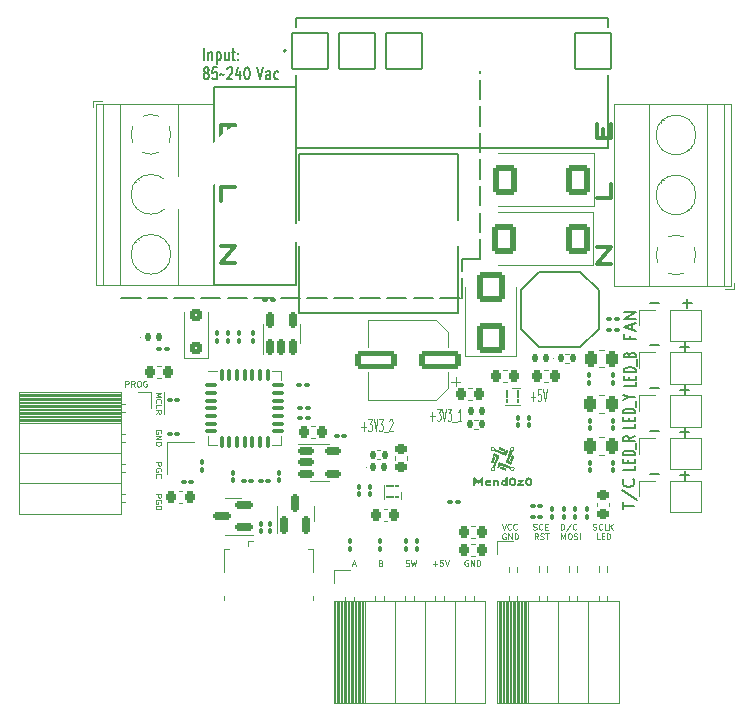
<source format=gto>
G04 #@! TF.GenerationSoftware,KiCad,Pcbnew,(7.0.0)*
G04 #@! TF.CreationDate,2023-09-29T14:02:52-04:00*
G04 #@! TF.ProjectId,_HW_HotPlate,5f48575f-486f-4745-906c-6174652e6b69,rev?*
G04 #@! TF.SameCoordinates,Original*
G04 #@! TF.FileFunction,Legend,Top*
G04 #@! TF.FilePolarity,Positive*
%FSLAX46Y46*%
G04 Gerber Fmt 4.6, Leading zero omitted, Abs format (unit mm)*
G04 Created by KiCad (PCBNEW (7.0.0)) date 2023-09-29 14:02:52*
%MOMM*%
%LPD*%
G01*
G04 APERTURE LIST*
G04 Aperture macros list*
%AMRoundRect*
0 Rectangle with rounded corners*
0 $1 Rounding radius*
0 $2 $3 $4 $5 $6 $7 $8 $9 X,Y pos of 4 corners*
0 Add a 4 corners polygon primitive as box body*
4,1,4,$2,$3,$4,$5,$6,$7,$8,$9,$2,$3,0*
0 Add four circle primitives for the rounded corners*
1,1,$1+$1,$2,$3*
1,1,$1+$1,$4,$5*
1,1,$1+$1,$6,$7*
1,1,$1+$1,$8,$9*
0 Add four rect primitives between the rounded corners*
20,1,$1+$1,$2,$3,$4,$5,0*
20,1,$1+$1,$4,$5,$6,$7,0*
20,1,$1+$1,$6,$7,$8,$9,0*
20,1,$1+$1,$8,$9,$2,$3,0*%
G04 Aperture macros list end*
%ADD10C,0.150000*%
%ADD11C,0.300000*%
%ADD12C,0.125000*%
%ADD13C,0.120000*%
%ADD14C,0.100000*%
%ADD15C,0.152400*%
%ADD16C,0.127000*%
%ADD17C,0.200000*%
%ADD18C,2.540000*%
%ADD19R,2.600000X2.600000*%
%ADD20C,2.600000*%
%ADD21RoundRect,0.100000X-0.100000X0.130000X-0.100000X-0.130000X0.100000X-0.130000X0.100000X0.130000X0*%
%ADD22R,1.700000X1.700000*%
%ADD23O,1.700000X1.700000*%
%ADD24C,3.600000*%
%ADD25C,5.600000*%
%ADD26RoundRect,0.150000X-0.512500X-0.150000X0.512500X-0.150000X0.512500X0.150000X-0.512500X0.150000X0*%
%ADD27RoundRect,0.225000X-0.225000X-0.250000X0.225000X-0.250000X0.225000X0.250000X-0.225000X0.250000X0*%
%ADD28RoundRect,0.100000X0.100000X-0.130000X0.100000X0.130000X-0.100000X0.130000X-0.100000X-0.130000X0*%
%ADD29RoundRect,0.100000X-0.130000X-0.100000X0.130000X-0.100000X0.130000X0.100000X-0.130000X0.100000X0*%
%ADD30RoundRect,0.100000X0.130000X0.100000X-0.130000X0.100000X-0.130000X-0.100000X0.130000X-0.100000X0*%
%ADD31RoundRect,0.250000X0.300000X-0.300000X0.300000X0.300000X-0.300000X0.300000X-0.300000X-0.300000X0*%
%ADD32RoundRect,0.135000X-0.135000X-0.185000X0.135000X-0.185000X0.135000X0.185000X-0.135000X0.185000X0*%
%ADD33RoundRect,0.062500X-0.087500X0.062500X-0.087500X-0.062500X0.087500X-0.062500X0.087500X0.062500X0*%
%ADD34R,0.940000X0.300000*%
%ADD35RoundRect,0.075000X-0.437500X-0.075000X0.437500X-0.075000X0.437500X0.075000X-0.437500X0.075000X0*%
%ADD36RoundRect,0.075000X-0.075000X-0.437500X0.075000X-0.437500X0.075000X0.437500X-0.075000X0.437500X0*%
%ADD37R,4.250000X4.250000*%
%ADD38RoundRect,0.250000X0.787500X1.025000X-0.787500X1.025000X-0.787500X-1.025000X0.787500X-1.025000X0*%
%ADD39C,1.000000*%
%ADD40RoundRect,0.062500X-0.062500X-0.087500X0.062500X-0.087500X0.062500X0.087500X-0.062500X0.087500X0*%
%ADD41R,0.300000X0.940000*%
%ADD42RoundRect,0.147500X-0.147500X-0.172500X0.147500X-0.172500X0.147500X0.172500X-0.147500X0.172500X0*%
%ADD43RoundRect,0.250000X-0.262500X-0.450000X0.262500X-0.450000X0.262500X0.450000X-0.262500X0.450000X0*%
%ADD44RoundRect,0.225000X0.225000X0.250000X-0.225000X0.250000X-0.225000X-0.250000X0.225000X-0.250000X0*%
%ADD45RoundRect,0.250000X0.900000X-1.000000X0.900000X1.000000X-0.900000X1.000000X-0.900000X-1.000000X0*%
%ADD46RoundRect,0.147500X0.147500X0.172500X-0.147500X0.172500X-0.147500X-0.172500X0.147500X-0.172500X0*%
%ADD47RoundRect,0.218750X-0.218750X-0.256250X0.218750X-0.256250X0.218750X0.256250X-0.218750X0.256250X0*%
%ADD48RoundRect,0.150000X0.587500X0.150000X-0.587500X0.150000X-0.587500X-0.150000X0.587500X-0.150000X0*%
%ADD49RoundRect,0.218750X-0.256250X0.218750X-0.256250X-0.218750X0.256250X-0.218750X0.256250X0.218750X0*%
%ADD50R,5.308600X1.498600*%
%ADD51R,1.700000X2.200000*%
%ADD52RoundRect,0.225000X0.250000X-0.225000X0.250000X0.225000X-0.250000X0.225000X-0.250000X-0.225000X0*%
%ADD53R,0.800000X0.900000*%
%ADD54RoundRect,0.150000X0.150000X-0.512500X0.150000X0.512500X-0.150000X0.512500X-0.150000X-0.512500X0*%
%ADD55R,0.400000X1.350000*%
%ADD56O,0.890000X1.550000*%
%ADD57R,1.200000X1.550000*%
%ADD58O,1.250000X0.950000*%
%ADD59R,1.500000X1.550000*%
%ADD60RoundRect,0.150000X0.150000X-0.587500X0.150000X0.587500X-0.150000X0.587500X-0.150000X-0.587500X0*%
%ADD61RoundRect,0.250000X1.500000X0.550000X-1.500000X0.550000X-1.500000X-0.550000X1.500000X-0.550000X0*%
%ADD62RoundRect,0.102000X-1.500000X-1.500000X1.500000X-1.500000X1.500000X1.500000X-1.500000X1.500000X0*%
%ADD63R,3.000000X3.000000*%
%ADD64C,1.800000*%
G04 APERTURE END LIST*
D10*
X144348200Y-150977600D02*
X144348200Y-149327600D01*
X144348200Y-148727600D02*
X144348200Y-147650200D01*
X144348200Y-147650200D02*
X145923000Y-147650200D01*
X115519200Y-150977600D02*
X117169200Y-150977600D01*
X117769200Y-150977600D02*
X119419200Y-150977600D01*
X120019200Y-150977600D02*
X121669200Y-150977600D01*
X122269200Y-150977600D02*
X123919200Y-150977600D01*
X124519200Y-150977600D02*
X126169200Y-150977600D01*
X126769200Y-150977600D02*
X128419200Y-150977600D01*
X129019200Y-150977600D02*
X130669200Y-150977600D01*
X131269200Y-150977600D02*
X132919200Y-150977600D01*
X133519200Y-150977600D02*
X135169200Y-150977600D01*
X135769200Y-150977600D02*
X137419200Y-150977600D01*
X138019200Y-150977600D02*
X139669200Y-150977600D01*
X140269200Y-150977600D02*
X141919200Y-150977600D01*
X142519200Y-150977600D02*
X144169200Y-150977600D01*
X145923000Y-147650200D02*
X145923000Y-146000200D01*
X145923000Y-145400200D02*
X145923000Y-143750200D01*
X145923000Y-143150200D02*
X145923000Y-141500200D01*
X145923000Y-140900200D02*
X145923000Y-139250200D01*
X145923000Y-138650200D02*
X145923000Y-137000200D01*
X145923000Y-136400200D02*
X145923000Y-134750200D01*
X145923000Y-134150200D02*
X145923000Y-132500200D01*
X145923000Y-131900200D02*
X145923000Y-131749800D01*
X158567371Y-154165371D02*
X158567371Y-154498704D01*
X159091180Y-154498704D02*
X158091180Y-154498704D01*
X158091180Y-154498704D02*
X158091180Y-154022514D01*
X158805466Y-153689180D02*
X158805466Y-153212990D01*
X159091180Y-153784418D02*
X158091180Y-153451085D01*
X158091180Y-153451085D02*
X159091180Y-153117752D01*
X159091180Y-152784418D02*
X158091180Y-152784418D01*
X158091180Y-152784418D02*
X159091180Y-152212990D01*
X159091180Y-152212990D02*
X158091180Y-152212990D01*
D11*
X156961657Y-148122542D02*
X155761657Y-148122542D01*
X155761657Y-148122542D02*
X156961657Y-146693971D01*
X156961657Y-146693971D02*
X155761657Y-146693971D01*
X156961657Y-141313018D02*
X156961657Y-142503494D01*
X156961657Y-142503494D02*
X155761657Y-142503494D01*
X156333085Y-137479684D02*
X156333085Y-136646351D01*
X156961657Y-136289208D02*
X156961657Y-137479684D01*
X156961657Y-137479684D02*
X155761657Y-137479684D01*
X155761657Y-137479684D02*
X155761657Y-136289208D01*
D12*
X118422009Y-159005447D02*
X118922009Y-159005447D01*
X118922009Y-159005447D02*
X118564866Y-159172114D01*
X118564866Y-159172114D02*
X118922009Y-159338780D01*
X118922009Y-159338780D02*
X118422009Y-159338780D01*
X118469628Y-159862590D02*
X118445819Y-159838781D01*
X118445819Y-159838781D02*
X118422009Y-159767352D01*
X118422009Y-159767352D02*
X118422009Y-159719733D01*
X118422009Y-159719733D02*
X118445819Y-159648305D01*
X118445819Y-159648305D02*
X118493438Y-159600686D01*
X118493438Y-159600686D02*
X118541057Y-159576876D01*
X118541057Y-159576876D02*
X118636295Y-159553067D01*
X118636295Y-159553067D02*
X118707723Y-159553067D01*
X118707723Y-159553067D02*
X118802961Y-159576876D01*
X118802961Y-159576876D02*
X118850580Y-159600686D01*
X118850580Y-159600686D02*
X118898200Y-159648305D01*
X118898200Y-159648305D02*
X118922009Y-159719733D01*
X118922009Y-159719733D02*
X118922009Y-159767352D01*
X118922009Y-159767352D02*
X118898200Y-159838781D01*
X118898200Y-159838781D02*
X118874390Y-159862590D01*
X118422009Y-160314971D02*
X118422009Y-160076876D01*
X118422009Y-160076876D02*
X118922009Y-160076876D01*
X118422009Y-160767352D02*
X118660104Y-160600686D01*
X118422009Y-160481638D02*
X118922009Y-160481638D01*
X118922009Y-160481638D02*
X118922009Y-160672114D01*
X118922009Y-160672114D02*
X118898200Y-160719733D01*
X118898200Y-160719733D02*
X118874390Y-160743543D01*
X118874390Y-160743543D02*
X118826771Y-160767352D01*
X118826771Y-160767352D02*
X118755342Y-160767352D01*
X118755342Y-160767352D02*
X118707723Y-160743543D01*
X118707723Y-160743543D02*
X118683914Y-160719733D01*
X118683914Y-160719733D02*
X118660104Y-160672114D01*
X118660104Y-160672114D02*
X118660104Y-160481638D01*
X119098200Y-158936400D02*
X119098200Y-160812591D01*
X118898200Y-162443543D02*
X118922009Y-162395924D01*
X118922009Y-162395924D02*
X118922009Y-162324495D01*
X118922009Y-162324495D02*
X118898200Y-162253067D01*
X118898200Y-162253067D02*
X118850580Y-162205448D01*
X118850580Y-162205448D02*
X118802961Y-162181638D01*
X118802961Y-162181638D02*
X118707723Y-162157829D01*
X118707723Y-162157829D02*
X118636295Y-162157829D01*
X118636295Y-162157829D02*
X118541057Y-162181638D01*
X118541057Y-162181638D02*
X118493438Y-162205448D01*
X118493438Y-162205448D02*
X118445819Y-162253067D01*
X118445819Y-162253067D02*
X118422009Y-162324495D01*
X118422009Y-162324495D02*
X118422009Y-162372114D01*
X118422009Y-162372114D02*
X118445819Y-162443543D01*
X118445819Y-162443543D02*
X118469628Y-162467352D01*
X118469628Y-162467352D02*
X118636295Y-162467352D01*
X118636295Y-162467352D02*
X118636295Y-162372114D01*
X118422009Y-162681638D02*
X118922009Y-162681638D01*
X118922009Y-162681638D02*
X118422009Y-162967352D01*
X118422009Y-162967352D02*
X118922009Y-162967352D01*
X118422009Y-163205448D02*
X118922009Y-163205448D01*
X118922009Y-163205448D02*
X118922009Y-163324496D01*
X118922009Y-163324496D02*
X118898200Y-163395924D01*
X118898200Y-163395924D02*
X118850580Y-163443543D01*
X118850580Y-163443543D02*
X118802961Y-163467353D01*
X118802961Y-163467353D02*
X118707723Y-163491162D01*
X118707723Y-163491162D02*
X118636295Y-163491162D01*
X118636295Y-163491162D02*
X118541057Y-163467353D01*
X118541057Y-163467353D02*
X118493438Y-163443543D01*
X118493438Y-163443543D02*
X118445819Y-163395924D01*
X118445819Y-163395924D02*
X118422009Y-163324496D01*
X118422009Y-163324496D02*
X118422009Y-163205448D01*
X118422009Y-164905448D02*
X118922009Y-164905448D01*
X118922009Y-164905448D02*
X118922009Y-165095924D01*
X118922009Y-165095924D02*
X118898200Y-165143543D01*
X118898200Y-165143543D02*
X118874390Y-165167353D01*
X118874390Y-165167353D02*
X118826771Y-165191162D01*
X118826771Y-165191162D02*
X118755342Y-165191162D01*
X118755342Y-165191162D02*
X118707723Y-165167353D01*
X118707723Y-165167353D02*
X118683914Y-165143543D01*
X118683914Y-165143543D02*
X118660104Y-165095924D01*
X118660104Y-165095924D02*
X118660104Y-164905448D01*
X118898200Y-165667353D02*
X118922009Y-165619734D01*
X118922009Y-165619734D02*
X118922009Y-165548305D01*
X118922009Y-165548305D02*
X118898200Y-165476877D01*
X118898200Y-165476877D02*
X118850580Y-165429258D01*
X118850580Y-165429258D02*
X118802961Y-165405448D01*
X118802961Y-165405448D02*
X118707723Y-165381639D01*
X118707723Y-165381639D02*
X118636295Y-165381639D01*
X118636295Y-165381639D02*
X118541057Y-165405448D01*
X118541057Y-165405448D02*
X118493438Y-165429258D01*
X118493438Y-165429258D02*
X118445819Y-165476877D01*
X118445819Y-165476877D02*
X118422009Y-165548305D01*
X118422009Y-165548305D02*
X118422009Y-165595924D01*
X118422009Y-165595924D02*
X118445819Y-165667353D01*
X118445819Y-165667353D02*
X118469628Y-165691162D01*
X118469628Y-165691162D02*
X118636295Y-165691162D01*
X118636295Y-165691162D02*
X118636295Y-165595924D01*
X118469628Y-166191162D02*
X118445819Y-166167353D01*
X118445819Y-166167353D02*
X118422009Y-166095924D01*
X118422009Y-166095924D02*
X118422009Y-166048305D01*
X118422009Y-166048305D02*
X118445819Y-165976877D01*
X118445819Y-165976877D02*
X118493438Y-165929258D01*
X118493438Y-165929258D02*
X118541057Y-165905448D01*
X118541057Y-165905448D02*
X118636295Y-165881639D01*
X118636295Y-165881639D02*
X118707723Y-165881639D01*
X118707723Y-165881639D02*
X118802961Y-165905448D01*
X118802961Y-165905448D02*
X118850580Y-165929258D01*
X118850580Y-165929258D02*
X118898200Y-165976877D01*
X118898200Y-165976877D02*
X118922009Y-166048305D01*
X118922009Y-166048305D02*
X118922009Y-166095924D01*
X118922009Y-166095924D02*
X118898200Y-166167353D01*
X118898200Y-166167353D02*
X118874390Y-166191162D01*
X118422009Y-167605448D02*
X118922009Y-167605448D01*
X118922009Y-167605448D02*
X118922009Y-167795924D01*
X118922009Y-167795924D02*
X118898200Y-167843543D01*
X118898200Y-167843543D02*
X118874390Y-167867353D01*
X118874390Y-167867353D02*
X118826771Y-167891162D01*
X118826771Y-167891162D02*
X118755342Y-167891162D01*
X118755342Y-167891162D02*
X118707723Y-167867353D01*
X118707723Y-167867353D02*
X118683914Y-167843543D01*
X118683914Y-167843543D02*
X118660104Y-167795924D01*
X118660104Y-167795924D02*
X118660104Y-167605448D01*
X118898200Y-168367353D02*
X118922009Y-168319734D01*
X118922009Y-168319734D02*
X118922009Y-168248305D01*
X118922009Y-168248305D02*
X118898200Y-168176877D01*
X118898200Y-168176877D02*
X118850580Y-168129258D01*
X118850580Y-168129258D02*
X118802961Y-168105448D01*
X118802961Y-168105448D02*
X118707723Y-168081639D01*
X118707723Y-168081639D02*
X118636295Y-168081639D01*
X118636295Y-168081639D02*
X118541057Y-168105448D01*
X118541057Y-168105448D02*
X118493438Y-168129258D01*
X118493438Y-168129258D02*
X118445819Y-168176877D01*
X118445819Y-168176877D02*
X118422009Y-168248305D01*
X118422009Y-168248305D02*
X118422009Y-168295924D01*
X118422009Y-168295924D02*
X118445819Y-168367353D01*
X118445819Y-168367353D02*
X118469628Y-168391162D01*
X118469628Y-168391162D02*
X118636295Y-168391162D01*
X118636295Y-168391162D02*
X118636295Y-168295924D01*
X118422009Y-168605448D02*
X118922009Y-168605448D01*
X118922009Y-168605448D02*
X118922009Y-168724496D01*
X118922009Y-168724496D02*
X118898200Y-168795924D01*
X118898200Y-168795924D02*
X118850580Y-168843543D01*
X118850580Y-168843543D02*
X118802961Y-168867353D01*
X118802961Y-168867353D02*
X118707723Y-168891162D01*
X118707723Y-168891162D02*
X118636295Y-168891162D01*
X118636295Y-168891162D02*
X118541057Y-168867353D01*
X118541057Y-168867353D02*
X118493438Y-168843543D01*
X118493438Y-168843543D02*
X118445819Y-168795924D01*
X118445819Y-168795924D02*
X118422009Y-168724496D01*
X118422009Y-168724496D02*
X118422009Y-168605448D01*
D10*
X162848895Y-155103428D02*
X163610800Y-155103428D01*
X163229847Y-155484380D02*
X163229847Y-154722476D01*
X162848895Y-165974628D02*
X163610800Y-165974628D01*
X163229847Y-166355580D02*
X163229847Y-165593676D01*
X160298895Y-165864228D02*
X161060800Y-165864228D01*
D12*
X150182247Y-159345228D02*
X150563200Y-159345228D01*
X150372723Y-159726180D02*
X150372723Y-158964276D01*
X151039390Y-158726180D02*
X150801295Y-158726180D01*
X150801295Y-158726180D02*
X150777486Y-159202371D01*
X150777486Y-159202371D02*
X150801295Y-159154752D01*
X150801295Y-159154752D02*
X150848914Y-159107133D01*
X150848914Y-159107133D02*
X150967962Y-159107133D01*
X150967962Y-159107133D02*
X151015581Y-159154752D01*
X151015581Y-159154752D02*
X151039390Y-159202371D01*
X151039390Y-159202371D02*
X151063200Y-159297609D01*
X151063200Y-159297609D02*
X151063200Y-159535704D01*
X151063200Y-159535704D02*
X151039390Y-159630942D01*
X151039390Y-159630942D02*
X151015581Y-159678561D01*
X151015581Y-159678561D02*
X150967962Y-159726180D01*
X150967962Y-159726180D02*
X150848914Y-159726180D01*
X150848914Y-159726180D02*
X150801295Y-159678561D01*
X150801295Y-159678561D02*
X150777486Y-159630942D01*
X151206057Y-158726180D02*
X151372723Y-159726180D01*
X151372723Y-159726180D02*
X151539390Y-158726180D01*
D11*
X124613114Y-136332057D02*
X124613114Y-137165390D01*
X123984542Y-137522533D02*
X123984542Y-136332057D01*
X123984542Y-136332057D02*
X125184542Y-136332057D01*
X125184542Y-136332057D02*
X125184542Y-137522533D01*
X123984542Y-142784438D02*
X123984542Y-141593962D01*
X123984542Y-141593962D02*
X125184542Y-141593962D01*
X123984542Y-146617772D02*
X125184542Y-146617772D01*
X125184542Y-146617772D02*
X123984542Y-148046343D01*
X123984542Y-148046343D02*
X125184542Y-148046343D01*
D10*
X160298895Y-158625228D02*
X161060800Y-158625228D01*
X122533228Y-130851980D02*
X122533228Y-129851980D01*
X122896085Y-130185314D02*
X122896085Y-130851980D01*
X122896085Y-130280552D02*
X122932371Y-130232933D01*
X122932371Y-130232933D02*
X123004942Y-130185314D01*
X123004942Y-130185314D02*
X123113799Y-130185314D01*
X123113799Y-130185314D02*
X123186371Y-130232933D01*
X123186371Y-130232933D02*
X123222657Y-130328171D01*
X123222657Y-130328171D02*
X123222657Y-130851980D01*
X123585514Y-130185314D02*
X123585514Y-131185314D01*
X123585514Y-130232933D02*
X123658086Y-130185314D01*
X123658086Y-130185314D02*
X123803228Y-130185314D01*
X123803228Y-130185314D02*
X123875800Y-130232933D01*
X123875800Y-130232933D02*
X123912086Y-130280552D01*
X123912086Y-130280552D02*
X123948371Y-130375790D01*
X123948371Y-130375790D02*
X123948371Y-130661504D01*
X123948371Y-130661504D02*
X123912086Y-130756742D01*
X123912086Y-130756742D02*
X123875800Y-130804361D01*
X123875800Y-130804361D02*
X123803228Y-130851980D01*
X123803228Y-130851980D02*
X123658086Y-130851980D01*
X123658086Y-130851980D02*
X123585514Y-130804361D01*
X124601515Y-130185314D02*
X124601515Y-130851980D01*
X124274943Y-130185314D02*
X124274943Y-130709123D01*
X124274943Y-130709123D02*
X124311229Y-130804361D01*
X124311229Y-130804361D02*
X124383800Y-130851980D01*
X124383800Y-130851980D02*
X124492657Y-130851980D01*
X124492657Y-130851980D02*
X124565229Y-130804361D01*
X124565229Y-130804361D02*
X124601515Y-130756742D01*
X124855515Y-130185314D02*
X125145801Y-130185314D01*
X124964372Y-129851980D02*
X124964372Y-130709123D01*
X124964372Y-130709123D02*
X125000658Y-130804361D01*
X125000658Y-130804361D02*
X125073229Y-130851980D01*
X125073229Y-130851980D02*
X125145801Y-130851980D01*
X125399801Y-130756742D02*
X125436087Y-130804361D01*
X125436087Y-130804361D02*
X125399801Y-130851980D01*
X125399801Y-130851980D02*
X125363515Y-130804361D01*
X125363515Y-130804361D02*
X125399801Y-130756742D01*
X125399801Y-130756742D02*
X125399801Y-130851980D01*
X125399801Y-130232933D02*
X125436087Y-130280552D01*
X125436087Y-130280552D02*
X125399801Y-130328171D01*
X125399801Y-130328171D02*
X125363515Y-130280552D01*
X125363515Y-130280552D02*
X125399801Y-130232933D01*
X125399801Y-130232933D02*
X125399801Y-130328171D01*
X122642085Y-131900552D02*
X122569514Y-131852933D01*
X122569514Y-131852933D02*
X122533228Y-131805314D01*
X122533228Y-131805314D02*
X122496942Y-131710076D01*
X122496942Y-131710076D02*
X122496942Y-131662457D01*
X122496942Y-131662457D02*
X122533228Y-131567219D01*
X122533228Y-131567219D02*
X122569514Y-131519600D01*
X122569514Y-131519600D02*
X122642085Y-131471980D01*
X122642085Y-131471980D02*
X122787228Y-131471980D01*
X122787228Y-131471980D02*
X122859800Y-131519600D01*
X122859800Y-131519600D02*
X122896085Y-131567219D01*
X122896085Y-131567219D02*
X122932371Y-131662457D01*
X122932371Y-131662457D02*
X122932371Y-131710076D01*
X122932371Y-131710076D02*
X122896085Y-131805314D01*
X122896085Y-131805314D02*
X122859800Y-131852933D01*
X122859800Y-131852933D02*
X122787228Y-131900552D01*
X122787228Y-131900552D02*
X122642085Y-131900552D01*
X122642085Y-131900552D02*
X122569514Y-131948171D01*
X122569514Y-131948171D02*
X122533228Y-131995790D01*
X122533228Y-131995790D02*
X122496942Y-132091028D01*
X122496942Y-132091028D02*
X122496942Y-132281504D01*
X122496942Y-132281504D02*
X122533228Y-132376742D01*
X122533228Y-132376742D02*
X122569514Y-132424361D01*
X122569514Y-132424361D02*
X122642085Y-132471980D01*
X122642085Y-132471980D02*
X122787228Y-132471980D01*
X122787228Y-132471980D02*
X122859800Y-132424361D01*
X122859800Y-132424361D02*
X122896085Y-132376742D01*
X122896085Y-132376742D02*
X122932371Y-132281504D01*
X122932371Y-132281504D02*
X122932371Y-132091028D01*
X122932371Y-132091028D02*
X122896085Y-131995790D01*
X122896085Y-131995790D02*
X122859800Y-131948171D01*
X122859800Y-131948171D02*
X122787228Y-131900552D01*
X123621799Y-131471980D02*
X123258942Y-131471980D01*
X123258942Y-131471980D02*
X123222656Y-131948171D01*
X123222656Y-131948171D02*
X123258942Y-131900552D01*
X123258942Y-131900552D02*
X123331514Y-131852933D01*
X123331514Y-131852933D02*
X123512942Y-131852933D01*
X123512942Y-131852933D02*
X123585514Y-131900552D01*
X123585514Y-131900552D02*
X123621799Y-131948171D01*
X123621799Y-131948171D02*
X123658085Y-132043409D01*
X123658085Y-132043409D02*
X123658085Y-132281504D01*
X123658085Y-132281504D02*
X123621799Y-132376742D01*
X123621799Y-132376742D02*
X123585514Y-132424361D01*
X123585514Y-132424361D02*
X123512942Y-132471980D01*
X123512942Y-132471980D02*
X123331514Y-132471980D01*
X123331514Y-132471980D02*
X123258942Y-132424361D01*
X123258942Y-132424361D02*
X123222656Y-132376742D01*
X123875799Y-132091028D02*
X123912085Y-132043409D01*
X123912085Y-132043409D02*
X123984656Y-131995790D01*
X123984656Y-131995790D02*
X124129799Y-132091028D01*
X124129799Y-132091028D02*
X124202370Y-132043409D01*
X124202370Y-132043409D02*
X124238656Y-131995790D01*
X124492656Y-131567219D02*
X124528942Y-131519600D01*
X124528942Y-131519600D02*
X124601514Y-131471980D01*
X124601514Y-131471980D02*
X124782942Y-131471980D01*
X124782942Y-131471980D02*
X124855514Y-131519600D01*
X124855514Y-131519600D02*
X124891799Y-131567219D01*
X124891799Y-131567219D02*
X124928085Y-131662457D01*
X124928085Y-131662457D02*
X124928085Y-131757695D01*
X124928085Y-131757695D02*
X124891799Y-131900552D01*
X124891799Y-131900552D02*
X124456371Y-132471980D01*
X124456371Y-132471980D02*
X124928085Y-132471980D01*
X125581228Y-131805314D02*
X125581228Y-132471980D01*
X125399799Y-131424361D02*
X125218370Y-132138647D01*
X125218370Y-132138647D02*
X125690085Y-132138647D01*
X126125513Y-131471980D02*
X126198084Y-131471980D01*
X126198084Y-131471980D02*
X126270656Y-131519600D01*
X126270656Y-131519600D02*
X126306942Y-131567219D01*
X126306942Y-131567219D02*
X126343227Y-131662457D01*
X126343227Y-131662457D02*
X126379513Y-131852933D01*
X126379513Y-131852933D02*
X126379513Y-132091028D01*
X126379513Y-132091028D02*
X126343227Y-132281504D01*
X126343227Y-132281504D02*
X126306942Y-132376742D01*
X126306942Y-132376742D02*
X126270656Y-132424361D01*
X126270656Y-132424361D02*
X126198084Y-132471980D01*
X126198084Y-132471980D02*
X126125513Y-132471980D01*
X126125513Y-132471980D02*
X126052942Y-132424361D01*
X126052942Y-132424361D02*
X126016656Y-132376742D01*
X126016656Y-132376742D02*
X125980370Y-132281504D01*
X125980370Y-132281504D02*
X125944084Y-132091028D01*
X125944084Y-132091028D02*
X125944084Y-131852933D01*
X125944084Y-131852933D02*
X125980370Y-131662457D01*
X125980370Y-131662457D02*
X126016656Y-131567219D01*
X126016656Y-131567219D02*
X126052942Y-131519600D01*
X126052942Y-131519600D02*
X126125513Y-131471980D01*
X127054427Y-131471980D02*
X127308427Y-132471980D01*
X127308427Y-132471980D02*
X127562427Y-131471980D01*
X128142999Y-132471980D02*
X128142999Y-131948171D01*
X128142999Y-131948171D02*
X128106713Y-131852933D01*
X128106713Y-131852933D02*
X128034141Y-131805314D01*
X128034141Y-131805314D02*
X127888999Y-131805314D01*
X127888999Y-131805314D02*
X127816427Y-131852933D01*
X128142999Y-132424361D02*
X128070427Y-132471980D01*
X128070427Y-132471980D02*
X127888999Y-132471980D01*
X127888999Y-132471980D02*
X127816427Y-132424361D01*
X127816427Y-132424361D02*
X127780141Y-132329123D01*
X127780141Y-132329123D02*
X127780141Y-132233885D01*
X127780141Y-132233885D02*
X127816427Y-132138647D01*
X127816427Y-132138647D02*
X127888999Y-132091028D01*
X127888999Y-132091028D02*
X128070427Y-132091028D01*
X128070427Y-132091028D02*
X128142999Y-132043409D01*
X128832428Y-132424361D02*
X128759856Y-132471980D01*
X128759856Y-132471980D02*
X128614713Y-132471980D01*
X128614713Y-132471980D02*
X128542142Y-132424361D01*
X128542142Y-132424361D02*
X128505856Y-132376742D01*
X128505856Y-132376742D02*
X128469570Y-132281504D01*
X128469570Y-132281504D02*
X128469570Y-131995790D01*
X128469570Y-131995790D02*
X128505856Y-131900552D01*
X128505856Y-131900552D02*
X128542142Y-131852933D01*
X128542142Y-131852933D02*
X128614713Y-131805314D01*
X128614713Y-131805314D02*
X128759856Y-131805314D01*
X128759856Y-131805314D02*
X128832428Y-131852933D01*
D12*
X115870942Y-158488790D02*
X115870942Y-157988790D01*
X115870942Y-157988790D02*
X116061418Y-157988790D01*
X116061418Y-157988790D02*
X116109037Y-158012600D01*
X116109037Y-158012600D02*
X116132847Y-158036409D01*
X116132847Y-158036409D02*
X116156656Y-158084028D01*
X116156656Y-158084028D02*
X116156656Y-158155457D01*
X116156656Y-158155457D02*
X116132847Y-158203076D01*
X116132847Y-158203076D02*
X116109037Y-158226885D01*
X116109037Y-158226885D02*
X116061418Y-158250695D01*
X116061418Y-158250695D02*
X115870942Y-158250695D01*
X116656656Y-158488790D02*
X116489990Y-158250695D01*
X116370942Y-158488790D02*
X116370942Y-157988790D01*
X116370942Y-157988790D02*
X116561418Y-157988790D01*
X116561418Y-157988790D02*
X116609037Y-158012600D01*
X116609037Y-158012600D02*
X116632847Y-158036409D01*
X116632847Y-158036409D02*
X116656656Y-158084028D01*
X116656656Y-158084028D02*
X116656656Y-158155457D01*
X116656656Y-158155457D02*
X116632847Y-158203076D01*
X116632847Y-158203076D02*
X116609037Y-158226885D01*
X116609037Y-158226885D02*
X116561418Y-158250695D01*
X116561418Y-158250695D02*
X116370942Y-158250695D01*
X116966180Y-157988790D02*
X117061418Y-157988790D01*
X117061418Y-157988790D02*
X117109037Y-158012600D01*
X117109037Y-158012600D02*
X117156656Y-158060219D01*
X117156656Y-158060219D02*
X117180466Y-158155457D01*
X117180466Y-158155457D02*
X117180466Y-158322123D01*
X117180466Y-158322123D02*
X117156656Y-158417361D01*
X117156656Y-158417361D02*
X117109037Y-158464980D01*
X117109037Y-158464980D02*
X117061418Y-158488790D01*
X117061418Y-158488790D02*
X116966180Y-158488790D01*
X116966180Y-158488790D02*
X116918561Y-158464980D01*
X116918561Y-158464980D02*
X116870942Y-158417361D01*
X116870942Y-158417361D02*
X116847133Y-158322123D01*
X116847133Y-158322123D02*
X116847133Y-158155457D01*
X116847133Y-158155457D02*
X116870942Y-158060219D01*
X116870942Y-158060219D02*
X116918561Y-158012600D01*
X116918561Y-158012600D02*
X116966180Y-157988790D01*
X117656657Y-158012600D02*
X117609038Y-157988790D01*
X117609038Y-157988790D02*
X117537609Y-157988790D01*
X117537609Y-157988790D02*
X117466181Y-158012600D01*
X117466181Y-158012600D02*
X117418562Y-158060219D01*
X117418562Y-158060219D02*
X117394752Y-158107838D01*
X117394752Y-158107838D02*
X117370943Y-158203076D01*
X117370943Y-158203076D02*
X117370943Y-158274504D01*
X117370943Y-158274504D02*
X117394752Y-158369742D01*
X117394752Y-158369742D02*
X117418562Y-158417361D01*
X117418562Y-158417361D02*
X117466181Y-158464980D01*
X117466181Y-158464980D02*
X117537609Y-158488790D01*
X117537609Y-158488790D02*
X117585228Y-158488790D01*
X117585228Y-158488790D02*
X117656657Y-158464980D01*
X117656657Y-158464980D02*
X117680466Y-158441171D01*
X117680466Y-158441171D02*
X117680466Y-158274504D01*
X117680466Y-158274504D02*
X117585228Y-158274504D01*
D10*
X160298895Y-162239828D02*
X161060800Y-162239828D01*
X160298895Y-154993028D02*
X161060800Y-154993028D01*
D12*
X135075534Y-173535133D02*
X135313629Y-173535133D01*
X135027915Y-173677990D02*
X135194581Y-173177990D01*
X135194581Y-173177990D02*
X135361248Y-173677990D01*
X137494581Y-173416085D02*
X137566009Y-173439895D01*
X137566009Y-173439895D02*
X137589819Y-173463704D01*
X137589819Y-173463704D02*
X137613628Y-173511323D01*
X137613628Y-173511323D02*
X137613628Y-173582752D01*
X137613628Y-173582752D02*
X137589819Y-173630371D01*
X137589819Y-173630371D02*
X137566009Y-173654180D01*
X137566009Y-173654180D02*
X137518390Y-173677990D01*
X137518390Y-173677990D02*
X137327914Y-173677990D01*
X137327914Y-173677990D02*
X137327914Y-173177990D01*
X137327914Y-173177990D02*
X137494581Y-173177990D01*
X137494581Y-173177990D02*
X137542200Y-173201800D01*
X137542200Y-173201800D02*
X137566009Y-173225609D01*
X137566009Y-173225609D02*
X137589819Y-173273228D01*
X137589819Y-173273228D02*
X137589819Y-173320847D01*
X137589819Y-173320847D02*
X137566009Y-173368466D01*
X137566009Y-173368466D02*
X137542200Y-173392276D01*
X137542200Y-173392276D02*
X137494581Y-173416085D01*
X137494581Y-173416085D02*
X137327914Y-173416085D01*
X139604105Y-173654180D02*
X139675533Y-173677990D01*
X139675533Y-173677990D02*
X139794581Y-173677990D01*
X139794581Y-173677990D02*
X139842200Y-173654180D01*
X139842200Y-173654180D02*
X139866009Y-173630371D01*
X139866009Y-173630371D02*
X139889819Y-173582752D01*
X139889819Y-173582752D02*
X139889819Y-173535133D01*
X139889819Y-173535133D02*
X139866009Y-173487514D01*
X139866009Y-173487514D02*
X139842200Y-173463704D01*
X139842200Y-173463704D02*
X139794581Y-173439895D01*
X139794581Y-173439895D02*
X139699343Y-173416085D01*
X139699343Y-173416085D02*
X139651724Y-173392276D01*
X139651724Y-173392276D02*
X139627914Y-173368466D01*
X139627914Y-173368466D02*
X139604105Y-173320847D01*
X139604105Y-173320847D02*
X139604105Y-173273228D01*
X139604105Y-173273228D02*
X139627914Y-173225609D01*
X139627914Y-173225609D02*
X139651724Y-173201800D01*
X139651724Y-173201800D02*
X139699343Y-173177990D01*
X139699343Y-173177990D02*
X139818390Y-173177990D01*
X139818390Y-173177990D02*
X139889819Y-173201800D01*
X140056485Y-173177990D02*
X140175533Y-173677990D01*
X140175533Y-173677990D02*
X140270771Y-173320847D01*
X140270771Y-173320847D02*
X140366009Y-173677990D01*
X140366009Y-173677990D02*
X140485057Y-173177990D01*
X141875533Y-173487514D02*
X142256486Y-173487514D01*
X142066009Y-173677990D02*
X142066009Y-173297038D01*
X142732676Y-173177990D02*
X142494581Y-173177990D01*
X142494581Y-173177990D02*
X142470772Y-173416085D01*
X142470772Y-173416085D02*
X142494581Y-173392276D01*
X142494581Y-173392276D02*
X142542200Y-173368466D01*
X142542200Y-173368466D02*
X142661248Y-173368466D01*
X142661248Y-173368466D02*
X142708867Y-173392276D01*
X142708867Y-173392276D02*
X142732676Y-173416085D01*
X142732676Y-173416085D02*
X142756486Y-173463704D01*
X142756486Y-173463704D02*
X142756486Y-173582752D01*
X142756486Y-173582752D02*
X142732676Y-173630371D01*
X142732676Y-173630371D02*
X142708867Y-173654180D01*
X142708867Y-173654180D02*
X142661248Y-173677990D01*
X142661248Y-173677990D02*
X142542200Y-173677990D01*
X142542200Y-173677990D02*
X142494581Y-173654180D01*
X142494581Y-173654180D02*
X142470772Y-173630371D01*
X142899343Y-173177990D02*
X143066009Y-173677990D01*
X143066009Y-173677990D02*
X143232676Y-173177990D01*
X144861247Y-173201800D02*
X144813628Y-173177990D01*
X144813628Y-173177990D02*
X144742199Y-173177990D01*
X144742199Y-173177990D02*
X144670771Y-173201800D01*
X144670771Y-173201800D02*
X144623152Y-173249419D01*
X144623152Y-173249419D02*
X144599342Y-173297038D01*
X144599342Y-173297038D02*
X144575533Y-173392276D01*
X144575533Y-173392276D02*
X144575533Y-173463704D01*
X144575533Y-173463704D02*
X144599342Y-173558942D01*
X144599342Y-173558942D02*
X144623152Y-173606561D01*
X144623152Y-173606561D02*
X144670771Y-173654180D01*
X144670771Y-173654180D02*
X144742199Y-173677990D01*
X144742199Y-173677990D02*
X144789818Y-173677990D01*
X144789818Y-173677990D02*
X144861247Y-173654180D01*
X144861247Y-173654180D02*
X144885056Y-173630371D01*
X144885056Y-173630371D02*
X144885056Y-173463704D01*
X144885056Y-173463704D02*
X144789818Y-173463704D01*
X145099342Y-173677990D02*
X145099342Y-173177990D01*
X145099342Y-173177990D02*
X145385056Y-173677990D01*
X145385056Y-173677990D02*
X145385056Y-173177990D01*
X145623152Y-173677990D02*
X145623152Y-173177990D01*
X145623152Y-173177990D02*
X145742200Y-173177990D01*
X145742200Y-173177990D02*
X145813628Y-173201800D01*
X145813628Y-173201800D02*
X145861247Y-173249419D01*
X145861247Y-173249419D02*
X145885057Y-173297038D01*
X145885057Y-173297038D02*
X145908866Y-173392276D01*
X145908866Y-173392276D02*
X145908866Y-173463704D01*
X145908866Y-173463704D02*
X145885057Y-173558942D01*
X145885057Y-173558942D02*
X145861247Y-173606561D01*
X145861247Y-173606561D02*
X145813628Y-173654180D01*
X145813628Y-173654180D02*
X145742200Y-173677990D01*
X145742200Y-173677990D02*
X145623152Y-173677990D01*
X135856647Y-161885228D02*
X136237600Y-161885228D01*
X136047123Y-162266180D02*
X136047123Y-161504276D01*
X136428076Y-161266180D02*
X136737600Y-161266180D01*
X136737600Y-161266180D02*
X136570933Y-161647133D01*
X136570933Y-161647133D02*
X136642362Y-161647133D01*
X136642362Y-161647133D02*
X136689981Y-161694752D01*
X136689981Y-161694752D02*
X136713790Y-161742371D01*
X136713790Y-161742371D02*
X136737600Y-161837609D01*
X136737600Y-161837609D02*
X136737600Y-162075704D01*
X136737600Y-162075704D02*
X136713790Y-162170942D01*
X136713790Y-162170942D02*
X136689981Y-162218561D01*
X136689981Y-162218561D02*
X136642362Y-162266180D01*
X136642362Y-162266180D02*
X136499505Y-162266180D01*
X136499505Y-162266180D02*
X136451886Y-162218561D01*
X136451886Y-162218561D02*
X136428076Y-162170942D01*
X136880457Y-161266180D02*
X137047123Y-162266180D01*
X137047123Y-162266180D02*
X137213790Y-161266180D01*
X137332837Y-161266180D02*
X137642361Y-161266180D01*
X137642361Y-161266180D02*
X137475694Y-161647133D01*
X137475694Y-161647133D02*
X137547123Y-161647133D01*
X137547123Y-161647133D02*
X137594742Y-161694752D01*
X137594742Y-161694752D02*
X137618551Y-161742371D01*
X137618551Y-161742371D02*
X137642361Y-161837609D01*
X137642361Y-161837609D02*
X137642361Y-162075704D01*
X137642361Y-162075704D02*
X137618551Y-162170942D01*
X137618551Y-162170942D02*
X137594742Y-162218561D01*
X137594742Y-162218561D02*
X137547123Y-162266180D01*
X137547123Y-162266180D02*
X137404266Y-162266180D01*
X137404266Y-162266180D02*
X137356647Y-162218561D01*
X137356647Y-162218561D02*
X137332837Y-162170942D01*
X137737599Y-162361419D02*
X138118551Y-162361419D01*
X138213789Y-161361419D02*
X138237598Y-161313800D01*
X138237598Y-161313800D02*
X138285217Y-161266180D01*
X138285217Y-161266180D02*
X138404265Y-161266180D01*
X138404265Y-161266180D02*
X138451884Y-161313800D01*
X138451884Y-161313800D02*
X138475693Y-161361419D01*
X138475693Y-161361419D02*
X138499503Y-161456657D01*
X138499503Y-161456657D02*
X138499503Y-161551895D01*
X138499503Y-161551895D02*
X138475693Y-161694752D01*
X138475693Y-161694752D02*
X138189979Y-162266180D01*
X138189979Y-162266180D02*
X138499503Y-162266180D01*
D10*
X159065780Y-158123000D02*
X159065780Y-158456333D01*
X159065780Y-158456333D02*
X158065780Y-158456333D01*
X158541971Y-157889666D02*
X158541971Y-157656333D01*
X159065780Y-157556333D02*
X159065780Y-157889666D01*
X159065780Y-157889666D02*
X158065780Y-157889666D01*
X158065780Y-157889666D02*
X158065780Y-157556333D01*
X159065780Y-157256333D02*
X158065780Y-157256333D01*
X158065780Y-157256333D02*
X158065780Y-157089666D01*
X158065780Y-157089666D02*
X158113400Y-156989666D01*
X158113400Y-156989666D02*
X158208638Y-156923000D01*
X158208638Y-156923000D02*
X158303876Y-156889666D01*
X158303876Y-156889666D02*
X158494352Y-156856333D01*
X158494352Y-156856333D02*
X158637209Y-156856333D01*
X158637209Y-156856333D02*
X158827685Y-156889666D01*
X158827685Y-156889666D02*
X158922923Y-156923000D01*
X158922923Y-156923000D02*
X159018161Y-156989666D01*
X159018161Y-156989666D02*
X159065780Y-157089666D01*
X159065780Y-157089666D02*
X159065780Y-157256333D01*
X159161019Y-156723000D02*
X159161019Y-156189666D01*
X158541971Y-155789667D02*
X158589590Y-155689667D01*
X158589590Y-155689667D02*
X158637209Y-155656333D01*
X158637209Y-155656333D02*
X158732447Y-155623000D01*
X158732447Y-155623000D02*
X158875304Y-155623000D01*
X158875304Y-155623000D02*
X158970542Y-155656333D01*
X158970542Y-155656333D02*
X159018161Y-155689667D01*
X159018161Y-155689667D02*
X159065780Y-155756333D01*
X159065780Y-155756333D02*
X159065780Y-156023000D01*
X159065780Y-156023000D02*
X158065780Y-156023000D01*
X158065780Y-156023000D02*
X158065780Y-155789667D01*
X158065780Y-155789667D02*
X158113400Y-155723000D01*
X158113400Y-155723000D02*
X158161019Y-155689667D01*
X158161019Y-155689667D02*
X158256257Y-155656333D01*
X158256257Y-155656333D02*
X158351495Y-155656333D01*
X158351495Y-155656333D02*
X158446733Y-155689667D01*
X158446733Y-155689667D02*
X158494352Y-155723000D01*
X158494352Y-155723000D02*
X158541971Y-155789667D01*
X158541971Y-155789667D02*
X158541971Y-156023000D01*
X159014980Y-161628200D02*
X159014980Y-161961533D01*
X159014980Y-161961533D02*
X158014980Y-161961533D01*
X158491171Y-161394866D02*
X158491171Y-161161533D01*
X159014980Y-161061533D02*
X159014980Y-161394866D01*
X159014980Y-161394866D02*
X158014980Y-161394866D01*
X158014980Y-161394866D02*
X158014980Y-161061533D01*
X159014980Y-160761533D02*
X158014980Y-160761533D01*
X158014980Y-160761533D02*
X158014980Y-160594866D01*
X158014980Y-160594866D02*
X158062600Y-160494866D01*
X158062600Y-160494866D02*
X158157838Y-160428200D01*
X158157838Y-160428200D02*
X158253076Y-160394866D01*
X158253076Y-160394866D02*
X158443552Y-160361533D01*
X158443552Y-160361533D02*
X158586409Y-160361533D01*
X158586409Y-160361533D02*
X158776885Y-160394866D01*
X158776885Y-160394866D02*
X158872123Y-160428200D01*
X158872123Y-160428200D02*
X158967361Y-160494866D01*
X158967361Y-160494866D02*
X159014980Y-160594866D01*
X159014980Y-160594866D02*
X159014980Y-160761533D01*
X159110219Y-160228200D02*
X159110219Y-159694866D01*
X158538790Y-159394867D02*
X159014980Y-159394867D01*
X158014980Y-159628200D02*
X158538790Y-159394867D01*
X158538790Y-159394867D02*
X158014980Y-159161533D01*
X163052095Y-151420428D02*
X163814000Y-151420428D01*
X163433047Y-151801380D02*
X163433047Y-151039476D01*
D12*
X147723219Y-170107390D02*
X147889885Y-170607390D01*
X147889885Y-170607390D02*
X148056552Y-170107390D01*
X148508932Y-170559771D02*
X148485123Y-170583580D01*
X148485123Y-170583580D02*
X148413694Y-170607390D01*
X148413694Y-170607390D02*
X148366075Y-170607390D01*
X148366075Y-170607390D02*
X148294647Y-170583580D01*
X148294647Y-170583580D02*
X148247028Y-170535961D01*
X148247028Y-170535961D02*
X148223218Y-170488342D01*
X148223218Y-170488342D02*
X148199409Y-170393104D01*
X148199409Y-170393104D02*
X148199409Y-170321676D01*
X148199409Y-170321676D02*
X148223218Y-170226438D01*
X148223218Y-170226438D02*
X148247028Y-170178819D01*
X148247028Y-170178819D02*
X148294647Y-170131200D01*
X148294647Y-170131200D02*
X148366075Y-170107390D01*
X148366075Y-170107390D02*
X148413694Y-170107390D01*
X148413694Y-170107390D02*
X148485123Y-170131200D01*
X148485123Y-170131200D02*
X148508932Y-170155009D01*
X149008932Y-170559771D02*
X148985123Y-170583580D01*
X148985123Y-170583580D02*
X148913694Y-170607390D01*
X148913694Y-170607390D02*
X148866075Y-170607390D01*
X148866075Y-170607390D02*
X148794647Y-170583580D01*
X148794647Y-170583580D02*
X148747028Y-170535961D01*
X148747028Y-170535961D02*
X148723218Y-170488342D01*
X148723218Y-170488342D02*
X148699409Y-170393104D01*
X148699409Y-170393104D02*
X148699409Y-170321676D01*
X148699409Y-170321676D02*
X148723218Y-170226438D01*
X148723218Y-170226438D02*
X148747028Y-170178819D01*
X148747028Y-170178819D02*
X148794647Y-170131200D01*
X148794647Y-170131200D02*
X148866075Y-170107390D01*
X148866075Y-170107390D02*
X148913694Y-170107390D01*
X148913694Y-170107390D02*
X148985123Y-170131200D01*
X148985123Y-170131200D02*
X149008932Y-170155009D01*
X150399409Y-170583580D02*
X150470837Y-170607390D01*
X150470837Y-170607390D02*
X150589885Y-170607390D01*
X150589885Y-170607390D02*
X150637504Y-170583580D01*
X150637504Y-170583580D02*
X150661313Y-170559771D01*
X150661313Y-170559771D02*
X150685123Y-170512152D01*
X150685123Y-170512152D02*
X150685123Y-170464533D01*
X150685123Y-170464533D02*
X150661313Y-170416914D01*
X150661313Y-170416914D02*
X150637504Y-170393104D01*
X150637504Y-170393104D02*
X150589885Y-170369295D01*
X150589885Y-170369295D02*
X150494647Y-170345485D01*
X150494647Y-170345485D02*
X150447028Y-170321676D01*
X150447028Y-170321676D02*
X150423218Y-170297866D01*
X150423218Y-170297866D02*
X150399409Y-170250247D01*
X150399409Y-170250247D02*
X150399409Y-170202628D01*
X150399409Y-170202628D02*
X150423218Y-170155009D01*
X150423218Y-170155009D02*
X150447028Y-170131200D01*
X150447028Y-170131200D02*
X150494647Y-170107390D01*
X150494647Y-170107390D02*
X150613694Y-170107390D01*
X150613694Y-170107390D02*
X150685123Y-170131200D01*
X151185122Y-170559771D02*
X151161313Y-170583580D01*
X151161313Y-170583580D02*
X151089884Y-170607390D01*
X151089884Y-170607390D02*
X151042265Y-170607390D01*
X151042265Y-170607390D02*
X150970837Y-170583580D01*
X150970837Y-170583580D02*
X150923218Y-170535961D01*
X150923218Y-170535961D02*
X150899408Y-170488342D01*
X150899408Y-170488342D02*
X150875599Y-170393104D01*
X150875599Y-170393104D02*
X150875599Y-170321676D01*
X150875599Y-170321676D02*
X150899408Y-170226438D01*
X150899408Y-170226438D02*
X150923218Y-170178819D01*
X150923218Y-170178819D02*
X150970837Y-170131200D01*
X150970837Y-170131200D02*
X151042265Y-170107390D01*
X151042265Y-170107390D02*
X151089884Y-170107390D01*
X151089884Y-170107390D02*
X151161313Y-170131200D01*
X151161313Y-170131200D02*
X151185122Y-170155009D01*
X151399408Y-170345485D02*
X151566075Y-170345485D01*
X151637503Y-170607390D02*
X151399408Y-170607390D01*
X151399408Y-170607390D02*
X151399408Y-170107390D01*
X151399408Y-170107390D02*
X151637503Y-170107390D01*
X152751789Y-170607390D02*
X152751789Y-170107390D01*
X152751789Y-170107390D02*
X152870837Y-170107390D01*
X152870837Y-170107390D02*
X152942265Y-170131200D01*
X152942265Y-170131200D02*
X152989884Y-170178819D01*
X152989884Y-170178819D02*
X153013694Y-170226438D01*
X153013694Y-170226438D02*
X153037503Y-170321676D01*
X153037503Y-170321676D02*
X153037503Y-170393104D01*
X153037503Y-170393104D02*
X153013694Y-170488342D01*
X153013694Y-170488342D02*
X152989884Y-170535961D01*
X152989884Y-170535961D02*
X152942265Y-170583580D01*
X152942265Y-170583580D02*
X152870837Y-170607390D01*
X152870837Y-170607390D02*
X152751789Y-170607390D01*
X153608932Y-170083580D02*
X153180361Y-170726438D01*
X154061313Y-170559771D02*
X154037504Y-170583580D01*
X154037504Y-170583580D02*
X153966075Y-170607390D01*
X153966075Y-170607390D02*
X153918456Y-170607390D01*
X153918456Y-170607390D02*
X153847028Y-170583580D01*
X153847028Y-170583580D02*
X153799409Y-170535961D01*
X153799409Y-170535961D02*
X153775599Y-170488342D01*
X153775599Y-170488342D02*
X153751790Y-170393104D01*
X153751790Y-170393104D02*
X153751790Y-170321676D01*
X153751790Y-170321676D02*
X153775599Y-170226438D01*
X153775599Y-170226438D02*
X153799409Y-170178819D01*
X153799409Y-170178819D02*
X153847028Y-170131200D01*
X153847028Y-170131200D02*
X153918456Y-170107390D01*
X153918456Y-170107390D02*
X153966075Y-170107390D01*
X153966075Y-170107390D02*
X154037504Y-170131200D01*
X154037504Y-170131200D02*
X154061313Y-170155009D01*
X155451790Y-170583580D02*
X155523218Y-170607390D01*
X155523218Y-170607390D02*
X155642266Y-170607390D01*
X155642266Y-170607390D02*
X155689885Y-170583580D01*
X155689885Y-170583580D02*
X155713694Y-170559771D01*
X155713694Y-170559771D02*
X155737504Y-170512152D01*
X155737504Y-170512152D02*
X155737504Y-170464533D01*
X155737504Y-170464533D02*
X155713694Y-170416914D01*
X155713694Y-170416914D02*
X155689885Y-170393104D01*
X155689885Y-170393104D02*
X155642266Y-170369295D01*
X155642266Y-170369295D02*
X155547028Y-170345485D01*
X155547028Y-170345485D02*
X155499409Y-170321676D01*
X155499409Y-170321676D02*
X155475599Y-170297866D01*
X155475599Y-170297866D02*
X155451790Y-170250247D01*
X155451790Y-170250247D02*
X155451790Y-170202628D01*
X155451790Y-170202628D02*
X155475599Y-170155009D01*
X155475599Y-170155009D02*
X155499409Y-170131200D01*
X155499409Y-170131200D02*
X155547028Y-170107390D01*
X155547028Y-170107390D02*
X155666075Y-170107390D01*
X155666075Y-170107390D02*
X155737504Y-170131200D01*
X156237503Y-170559771D02*
X156213694Y-170583580D01*
X156213694Y-170583580D02*
X156142265Y-170607390D01*
X156142265Y-170607390D02*
X156094646Y-170607390D01*
X156094646Y-170607390D02*
X156023218Y-170583580D01*
X156023218Y-170583580D02*
X155975599Y-170535961D01*
X155975599Y-170535961D02*
X155951789Y-170488342D01*
X155951789Y-170488342D02*
X155927980Y-170393104D01*
X155927980Y-170393104D02*
X155927980Y-170321676D01*
X155927980Y-170321676D02*
X155951789Y-170226438D01*
X155951789Y-170226438D02*
X155975599Y-170178819D01*
X155975599Y-170178819D02*
X156023218Y-170131200D01*
X156023218Y-170131200D02*
X156094646Y-170107390D01*
X156094646Y-170107390D02*
X156142265Y-170107390D01*
X156142265Y-170107390D02*
X156213694Y-170131200D01*
X156213694Y-170131200D02*
X156237503Y-170155009D01*
X156689884Y-170607390D02*
X156451789Y-170607390D01*
X156451789Y-170607390D02*
X156451789Y-170107390D01*
X156856551Y-170607390D02*
X156856551Y-170107390D01*
X157142265Y-170607390D02*
X156927980Y-170321676D01*
X157142265Y-170107390D02*
X156856551Y-170393104D01*
X148056552Y-170941200D02*
X148008933Y-170917390D01*
X148008933Y-170917390D02*
X147937504Y-170917390D01*
X147937504Y-170917390D02*
X147866076Y-170941200D01*
X147866076Y-170941200D02*
X147818457Y-170988819D01*
X147818457Y-170988819D02*
X147794647Y-171036438D01*
X147794647Y-171036438D02*
X147770838Y-171131676D01*
X147770838Y-171131676D02*
X147770838Y-171203104D01*
X147770838Y-171203104D02*
X147794647Y-171298342D01*
X147794647Y-171298342D02*
X147818457Y-171345961D01*
X147818457Y-171345961D02*
X147866076Y-171393580D01*
X147866076Y-171393580D02*
X147937504Y-171417390D01*
X147937504Y-171417390D02*
X147985123Y-171417390D01*
X147985123Y-171417390D02*
X148056552Y-171393580D01*
X148056552Y-171393580D02*
X148080361Y-171369771D01*
X148080361Y-171369771D02*
X148080361Y-171203104D01*
X148080361Y-171203104D02*
X147985123Y-171203104D01*
X148294647Y-171417390D02*
X148294647Y-170917390D01*
X148294647Y-170917390D02*
X148580361Y-171417390D01*
X148580361Y-171417390D02*
X148580361Y-170917390D01*
X148818457Y-171417390D02*
X148818457Y-170917390D01*
X148818457Y-170917390D02*
X148937505Y-170917390D01*
X148937505Y-170917390D02*
X149008933Y-170941200D01*
X149008933Y-170941200D02*
X149056552Y-170988819D01*
X149056552Y-170988819D02*
X149080362Y-171036438D01*
X149080362Y-171036438D02*
X149104171Y-171131676D01*
X149104171Y-171131676D02*
X149104171Y-171203104D01*
X149104171Y-171203104D02*
X149080362Y-171298342D01*
X149080362Y-171298342D02*
X149056552Y-171345961D01*
X149056552Y-171345961D02*
X149008933Y-171393580D01*
X149008933Y-171393580D02*
X148937505Y-171417390D01*
X148937505Y-171417390D02*
X148818457Y-171417390D01*
X150804171Y-171417390D02*
X150637505Y-171179295D01*
X150518457Y-171417390D02*
X150518457Y-170917390D01*
X150518457Y-170917390D02*
X150708933Y-170917390D01*
X150708933Y-170917390D02*
X150756552Y-170941200D01*
X150756552Y-170941200D02*
X150780362Y-170965009D01*
X150780362Y-170965009D02*
X150804171Y-171012628D01*
X150804171Y-171012628D02*
X150804171Y-171084057D01*
X150804171Y-171084057D02*
X150780362Y-171131676D01*
X150780362Y-171131676D02*
X150756552Y-171155485D01*
X150756552Y-171155485D02*
X150708933Y-171179295D01*
X150708933Y-171179295D02*
X150518457Y-171179295D01*
X150994648Y-171393580D02*
X151066076Y-171417390D01*
X151066076Y-171417390D02*
X151185124Y-171417390D01*
X151185124Y-171417390D02*
X151232743Y-171393580D01*
X151232743Y-171393580D02*
X151256552Y-171369771D01*
X151256552Y-171369771D02*
X151280362Y-171322152D01*
X151280362Y-171322152D02*
X151280362Y-171274533D01*
X151280362Y-171274533D02*
X151256552Y-171226914D01*
X151256552Y-171226914D02*
X151232743Y-171203104D01*
X151232743Y-171203104D02*
X151185124Y-171179295D01*
X151185124Y-171179295D02*
X151089886Y-171155485D01*
X151089886Y-171155485D02*
X151042267Y-171131676D01*
X151042267Y-171131676D02*
X151018457Y-171107866D01*
X151018457Y-171107866D02*
X150994648Y-171060247D01*
X150994648Y-171060247D02*
X150994648Y-171012628D01*
X150994648Y-171012628D02*
X151018457Y-170965009D01*
X151018457Y-170965009D02*
X151042267Y-170941200D01*
X151042267Y-170941200D02*
X151089886Y-170917390D01*
X151089886Y-170917390D02*
X151208933Y-170917390D01*
X151208933Y-170917390D02*
X151280362Y-170941200D01*
X151423219Y-170917390D02*
X151708933Y-170917390D01*
X151566076Y-171417390D02*
X151566076Y-170917390D01*
X152775599Y-171417390D02*
X152775599Y-170917390D01*
X152775599Y-170917390D02*
X152942266Y-171274533D01*
X152942266Y-171274533D02*
X153108932Y-170917390D01*
X153108932Y-170917390D02*
X153108932Y-171417390D01*
X153442266Y-170917390D02*
X153537504Y-170917390D01*
X153537504Y-170917390D02*
X153585123Y-170941200D01*
X153585123Y-170941200D02*
X153632742Y-170988819D01*
X153632742Y-170988819D02*
X153656552Y-171084057D01*
X153656552Y-171084057D02*
X153656552Y-171250723D01*
X153656552Y-171250723D02*
X153632742Y-171345961D01*
X153632742Y-171345961D02*
X153585123Y-171393580D01*
X153585123Y-171393580D02*
X153537504Y-171417390D01*
X153537504Y-171417390D02*
X153442266Y-171417390D01*
X153442266Y-171417390D02*
X153394647Y-171393580D01*
X153394647Y-171393580D02*
X153347028Y-171345961D01*
X153347028Y-171345961D02*
X153323219Y-171250723D01*
X153323219Y-171250723D02*
X153323219Y-171084057D01*
X153323219Y-171084057D02*
X153347028Y-170988819D01*
X153347028Y-170988819D02*
X153394647Y-170941200D01*
X153394647Y-170941200D02*
X153442266Y-170917390D01*
X153847029Y-171393580D02*
X153918457Y-171417390D01*
X153918457Y-171417390D02*
X154037505Y-171417390D01*
X154037505Y-171417390D02*
X154085124Y-171393580D01*
X154085124Y-171393580D02*
X154108933Y-171369771D01*
X154108933Y-171369771D02*
X154132743Y-171322152D01*
X154132743Y-171322152D02*
X154132743Y-171274533D01*
X154132743Y-171274533D02*
X154108933Y-171226914D01*
X154108933Y-171226914D02*
X154085124Y-171203104D01*
X154085124Y-171203104D02*
X154037505Y-171179295D01*
X154037505Y-171179295D02*
X153942267Y-171155485D01*
X153942267Y-171155485D02*
X153894648Y-171131676D01*
X153894648Y-171131676D02*
X153870838Y-171107866D01*
X153870838Y-171107866D02*
X153847029Y-171060247D01*
X153847029Y-171060247D02*
X153847029Y-171012628D01*
X153847029Y-171012628D02*
X153870838Y-170965009D01*
X153870838Y-170965009D02*
X153894648Y-170941200D01*
X153894648Y-170941200D02*
X153942267Y-170917390D01*
X153942267Y-170917390D02*
X154061314Y-170917390D01*
X154061314Y-170917390D02*
X154132743Y-170941200D01*
X154347028Y-171417390D02*
X154347028Y-170917390D01*
X156023218Y-171417390D02*
X155785123Y-171417390D01*
X155785123Y-171417390D02*
X155785123Y-170917390D01*
X156189885Y-171155485D02*
X156356552Y-171155485D01*
X156427980Y-171417390D02*
X156189885Y-171417390D01*
X156189885Y-171417390D02*
X156189885Y-170917390D01*
X156189885Y-170917390D02*
X156427980Y-170917390D01*
X156642266Y-171417390D02*
X156642266Y-170917390D01*
X156642266Y-170917390D02*
X156761314Y-170917390D01*
X156761314Y-170917390D02*
X156832742Y-170941200D01*
X156832742Y-170941200D02*
X156880361Y-170988819D01*
X156880361Y-170988819D02*
X156904171Y-171036438D01*
X156904171Y-171036438D02*
X156927980Y-171131676D01*
X156927980Y-171131676D02*
X156927980Y-171203104D01*
X156927980Y-171203104D02*
X156904171Y-171298342D01*
X156904171Y-171298342D02*
X156880361Y-171345961D01*
X156880361Y-171345961D02*
X156832742Y-171393580D01*
X156832742Y-171393580D02*
X156761314Y-171417390D01*
X156761314Y-171417390D02*
X156642266Y-171417390D01*
X141673247Y-160996228D02*
X142054200Y-160996228D01*
X141863723Y-161377180D02*
X141863723Y-160615276D01*
X142244676Y-160377180D02*
X142554200Y-160377180D01*
X142554200Y-160377180D02*
X142387533Y-160758133D01*
X142387533Y-160758133D02*
X142458962Y-160758133D01*
X142458962Y-160758133D02*
X142506581Y-160805752D01*
X142506581Y-160805752D02*
X142530390Y-160853371D01*
X142530390Y-160853371D02*
X142554200Y-160948609D01*
X142554200Y-160948609D02*
X142554200Y-161186704D01*
X142554200Y-161186704D02*
X142530390Y-161281942D01*
X142530390Y-161281942D02*
X142506581Y-161329561D01*
X142506581Y-161329561D02*
X142458962Y-161377180D01*
X142458962Y-161377180D02*
X142316105Y-161377180D01*
X142316105Y-161377180D02*
X142268486Y-161329561D01*
X142268486Y-161329561D02*
X142244676Y-161281942D01*
X142697057Y-160377180D02*
X142863723Y-161377180D01*
X142863723Y-161377180D02*
X143030390Y-160377180D01*
X143149437Y-160377180D02*
X143458961Y-160377180D01*
X143458961Y-160377180D02*
X143292294Y-160758133D01*
X143292294Y-160758133D02*
X143363723Y-160758133D01*
X143363723Y-160758133D02*
X143411342Y-160805752D01*
X143411342Y-160805752D02*
X143435151Y-160853371D01*
X143435151Y-160853371D02*
X143458961Y-160948609D01*
X143458961Y-160948609D02*
X143458961Y-161186704D01*
X143458961Y-161186704D02*
X143435151Y-161281942D01*
X143435151Y-161281942D02*
X143411342Y-161329561D01*
X143411342Y-161329561D02*
X143363723Y-161377180D01*
X143363723Y-161377180D02*
X143220866Y-161377180D01*
X143220866Y-161377180D02*
X143173247Y-161329561D01*
X143173247Y-161329561D02*
X143149437Y-161281942D01*
X143554199Y-161472419D02*
X143935151Y-161472419D01*
X144316103Y-161377180D02*
X144030389Y-161377180D01*
X144173246Y-161377180D02*
X144173246Y-160377180D01*
X144173246Y-160377180D02*
X144125627Y-160520038D01*
X144125627Y-160520038D02*
X144078008Y-160615276D01*
X144078008Y-160615276D02*
X144030389Y-160662895D01*
D10*
X162848895Y-162350228D02*
X163610800Y-162350228D01*
X163229847Y-162731180D02*
X163229847Y-161969276D01*
X162848895Y-158735628D02*
X163610800Y-158735628D01*
X163229847Y-159116580D02*
X163229847Y-158354676D01*
X158989580Y-165184200D02*
X158989580Y-165517533D01*
X158989580Y-165517533D02*
X157989580Y-165517533D01*
X158465771Y-164950866D02*
X158465771Y-164717533D01*
X158989580Y-164617533D02*
X158989580Y-164950866D01*
X158989580Y-164950866D02*
X157989580Y-164950866D01*
X157989580Y-164950866D02*
X157989580Y-164617533D01*
X158989580Y-164317533D02*
X157989580Y-164317533D01*
X157989580Y-164317533D02*
X157989580Y-164150866D01*
X157989580Y-164150866D02*
X158037200Y-164050866D01*
X158037200Y-164050866D02*
X158132438Y-163984200D01*
X158132438Y-163984200D02*
X158227676Y-163950866D01*
X158227676Y-163950866D02*
X158418152Y-163917533D01*
X158418152Y-163917533D02*
X158561009Y-163917533D01*
X158561009Y-163917533D02*
X158751485Y-163950866D01*
X158751485Y-163950866D02*
X158846723Y-163984200D01*
X158846723Y-163984200D02*
X158941961Y-164050866D01*
X158941961Y-164050866D02*
X158989580Y-164150866D01*
X158989580Y-164150866D02*
X158989580Y-164317533D01*
X159084819Y-163784200D02*
X159084819Y-163250866D01*
X158989580Y-162684200D02*
X158513390Y-162917533D01*
X158989580Y-163084200D02*
X157989580Y-163084200D01*
X157989580Y-163084200D02*
X157989580Y-162817533D01*
X157989580Y-162817533D02*
X158037200Y-162750867D01*
X158037200Y-162750867D02*
X158084819Y-162717533D01*
X158084819Y-162717533D02*
X158180057Y-162684200D01*
X158180057Y-162684200D02*
X158322914Y-162684200D01*
X158322914Y-162684200D02*
X158418152Y-162717533D01*
X158418152Y-162717533D02*
X158465771Y-162750867D01*
X158465771Y-162750867D02*
X158513390Y-162817533D01*
X158513390Y-162817533D02*
X158513390Y-163084200D01*
X160298895Y-151386228D02*
X161060800Y-151386228D01*
X157964180Y-168865561D02*
X157964180Y-168294133D01*
X158964180Y-168579847D02*
X157964180Y-168579847D01*
X157916561Y-167246514D02*
X159202276Y-168103656D01*
X158868942Y-166341752D02*
X158916561Y-166389371D01*
X158916561Y-166389371D02*
X158964180Y-166532228D01*
X158964180Y-166532228D02*
X158964180Y-166627466D01*
X158964180Y-166627466D02*
X158916561Y-166770323D01*
X158916561Y-166770323D02*
X158821323Y-166865561D01*
X158821323Y-166865561D02*
X158726085Y-166913180D01*
X158726085Y-166913180D02*
X158535609Y-166960799D01*
X158535609Y-166960799D02*
X158392752Y-166960799D01*
X158392752Y-166960799D02*
X158202276Y-166913180D01*
X158202276Y-166913180D02*
X158107038Y-166865561D01*
X158107038Y-166865561D02*
X158011800Y-166770323D01*
X158011800Y-166770323D02*
X157964180Y-166627466D01*
X157964180Y-166627466D02*
X157964180Y-166532228D01*
X157964180Y-166532228D02*
X158011800Y-166389371D01*
X158011800Y-166389371D02*
X158059419Y-166341752D01*
D13*
X166643800Y-150185400D02*
X167383800Y-150185400D01*
X167383800Y-150185400D02*
X167383800Y-149685400D01*
X157222800Y-149945400D02*
X167143800Y-149945400D01*
X157222800Y-149945400D02*
X157222800Y-134585400D01*
X160182800Y-149945400D02*
X160182800Y-134585400D01*
X165083800Y-149945400D02*
X165083800Y-134585400D01*
X166583800Y-149945400D02*
X166583800Y-134585400D01*
X167143800Y-149945400D02*
X167143800Y-134585400D01*
X163506800Y-143492400D02*
X163552800Y-143539400D01*
X163722800Y-143299400D02*
X163757800Y-143334400D01*
X161208800Y-141195400D02*
X161244800Y-141230400D01*
X161414800Y-140990400D02*
X161460800Y-141037400D01*
X163506800Y-138412400D02*
X163552800Y-138459400D01*
X163722800Y-138219400D02*
X163757800Y-138254400D01*
X161208800Y-136115400D02*
X161244800Y-136150400D01*
X161414800Y-135910400D02*
X161460800Y-135957400D01*
X157222800Y-134585400D02*
X167143800Y-134585400D01*
X161799801Y-148880399D02*
G75*
G03*
X163166842Y-148880826I684000J1534992D01*
G01*
X160948801Y-146661401D02*
G75*
G03*
X160948374Y-148028442I1534992J-684000D01*
G01*
X164018799Y-148029400D02*
G75*
G03*
X164164052Y-147316595I-1535000J683999D01*
G01*
X164163799Y-147345400D02*
G75*
G03*
X164018555Y-146662082I-1679999J0D01*
G01*
X163167800Y-145810400D02*
G75*
G03*
X161800758Y-145809974I-684000J-1535000D01*
G01*
X164163800Y-142265400D02*
G75*
G03*
X164163800Y-142265400I-1680000J0D01*
G01*
X164163800Y-137185400D02*
G75*
G03*
X164163800Y-137185400I-1680000J0D01*
G01*
X133524000Y-185242600D02*
X146344000Y-185242600D01*
X133524000Y-185242600D02*
X133524000Y-176612600D01*
X133644000Y-185242600D02*
X133644000Y-176612600D01*
X133762095Y-185242600D02*
X133762095Y-176612600D01*
X133880190Y-185242600D02*
X133880190Y-176612600D01*
X133998285Y-185242600D02*
X133998285Y-176612600D01*
X134116380Y-185242600D02*
X134116380Y-176612600D01*
X134234475Y-185242600D02*
X134234475Y-176612600D01*
X134352570Y-185242600D02*
X134352570Y-176612600D01*
X134470665Y-185242600D02*
X134470665Y-176612600D01*
X134588760Y-185242600D02*
X134588760Y-176612600D01*
X134706855Y-185242600D02*
X134706855Y-176612600D01*
X134824950Y-185242600D02*
X134824950Y-176612600D01*
X134943045Y-185242600D02*
X134943045Y-176612600D01*
X135061140Y-185242600D02*
X135061140Y-176612600D01*
X135179235Y-185242600D02*
X135179235Y-176612600D01*
X135297330Y-185242600D02*
X135297330Y-176612600D01*
X135415425Y-185242600D02*
X135415425Y-176612600D01*
X135533520Y-185242600D02*
X135533520Y-176612600D01*
X135651615Y-185242600D02*
X135651615Y-176612600D01*
X135769710Y-185242600D02*
X135769710Y-176612600D01*
X135887805Y-185242600D02*
X135887805Y-176612600D01*
X136005900Y-185242600D02*
X136005900Y-176612600D01*
X136124000Y-185242600D02*
X136124000Y-176612600D01*
X138664000Y-185242600D02*
X138664000Y-176612600D01*
X141204000Y-185242600D02*
X141204000Y-176612600D01*
X143744000Y-185242600D02*
X143744000Y-176612600D01*
X146344000Y-185242600D02*
X146344000Y-176612600D01*
X133524000Y-176612600D02*
X146344000Y-176612600D01*
X134494000Y-176612600D02*
X134494000Y-176262600D01*
X135214000Y-176612600D02*
X135214000Y-176262600D01*
X137034000Y-176612600D02*
X137034000Y-176202600D01*
X137754000Y-176612600D02*
X137754000Y-176202600D01*
X139574000Y-176612600D02*
X139574000Y-176202600D01*
X140294000Y-176612600D02*
X140294000Y-176202600D01*
X142114000Y-176612600D02*
X142114000Y-176202600D01*
X142834000Y-176612600D02*
X142834000Y-176202600D01*
X144654000Y-176612600D02*
X144654000Y-176202600D01*
X145374000Y-176612600D02*
X145374000Y-176202600D01*
X133524000Y-175152600D02*
X133524000Y-174042600D01*
X133524000Y-174042600D02*
X134854000Y-174042600D01*
X132308700Y-163347100D02*
X130508700Y-163347100D01*
X132308700Y-163347100D02*
X133108700Y-163347100D01*
X132308700Y-166467100D02*
X131508700Y-166467100D01*
X132308700Y-166467100D02*
X133108700Y-166467100D01*
X151345020Y-157071600D02*
X151626180Y-157071600D01*
X151345020Y-158091600D02*
X151626180Y-158091600D01*
X106832000Y-158954800D02*
X106832000Y-169234800D01*
X106832000Y-158954800D02*
X115462000Y-158954800D01*
X106832000Y-159074800D02*
X115462000Y-159074800D01*
X106832000Y-159192895D02*
X115462000Y-159192895D01*
X106832000Y-159310990D02*
X115462000Y-159310990D01*
X106832000Y-159429085D02*
X115462000Y-159429085D01*
X106832000Y-159547180D02*
X115462000Y-159547180D01*
X106832000Y-159665275D02*
X115462000Y-159665275D01*
X106832000Y-159783370D02*
X115462000Y-159783370D01*
X106832000Y-159901465D02*
X115462000Y-159901465D01*
X106832000Y-160019560D02*
X115462000Y-160019560D01*
X106832000Y-160137655D02*
X115462000Y-160137655D01*
X106832000Y-160255750D02*
X115462000Y-160255750D01*
X106832000Y-160373845D02*
X115462000Y-160373845D01*
X106832000Y-160491940D02*
X115462000Y-160491940D01*
X106832000Y-160610035D02*
X115462000Y-160610035D01*
X106832000Y-160728130D02*
X115462000Y-160728130D01*
X106832000Y-160846225D02*
X115462000Y-160846225D01*
X106832000Y-160964320D02*
X115462000Y-160964320D01*
X106832000Y-161082415D02*
X115462000Y-161082415D01*
X106832000Y-161200510D02*
X115462000Y-161200510D01*
X106832000Y-161318605D02*
X115462000Y-161318605D01*
X106832000Y-161436700D02*
X115462000Y-161436700D01*
X106832000Y-161554800D02*
X115462000Y-161554800D01*
X106832000Y-164094800D02*
X115462000Y-164094800D01*
X106832000Y-166634800D02*
X115462000Y-166634800D01*
X106832000Y-169234800D02*
X115462000Y-169234800D01*
X115462000Y-158954800D02*
X115462000Y-169234800D01*
X115462000Y-159924800D02*
X115812000Y-159924800D01*
X115462000Y-160644800D02*
X115812000Y-160644800D01*
X115462000Y-162464800D02*
X115872000Y-162464800D01*
X115462000Y-163184800D02*
X115872000Y-163184800D01*
X115462000Y-165004800D02*
X115872000Y-165004800D01*
X115462000Y-165724800D02*
X115872000Y-165724800D01*
X115462000Y-167544800D02*
X115872000Y-167544800D01*
X115462000Y-168264800D02*
X115872000Y-168264800D01*
X116922000Y-158954800D02*
X118032000Y-158954800D01*
X118032000Y-158954800D02*
X118032000Y-160284800D01*
X131609320Y-161806300D02*
X131890480Y-161806300D01*
X131609320Y-162826300D02*
X131890480Y-162826300D01*
X161995800Y-165498400D02*
X164595800Y-165498400D01*
X161995800Y-165498400D02*
X161995800Y-162838400D01*
X164595800Y-165498400D02*
X164595800Y-162838400D01*
X159395800Y-164168400D02*
X159395800Y-162838400D01*
X159395800Y-162838400D02*
X160725800Y-162838400D01*
X161995800Y-162838400D02*
X164595800Y-162838400D01*
X120843800Y-156057800D02*
X122843800Y-156057800D01*
X120843800Y-156057800D02*
X120843800Y-152197800D01*
X122843800Y-156057800D02*
X122843800Y-152197800D01*
X137158759Y-163881800D02*
X137466041Y-163881800D01*
X137158759Y-164641800D02*
X137466041Y-164641800D01*
X137764400Y-166786000D02*
X137764400Y-167986000D01*
X139184400Y-167386000D02*
X139184400Y-167986000D01*
X122856200Y-163427200D02*
X122856200Y-162677200D01*
X123606200Y-157207200D02*
X122856200Y-157207200D01*
X123606200Y-163427200D02*
X122856200Y-163427200D01*
X128326200Y-157207200D02*
X129076200Y-157207200D01*
X128326200Y-163427200D02*
X129076200Y-163427200D01*
X129076200Y-157207200D02*
X129076200Y-157957200D01*
X129076200Y-163427200D02*
X129076200Y-162677200D01*
X155514600Y-143230000D02*
X155514600Y-138710000D01*
X155514600Y-138710000D02*
X147454600Y-138710000D01*
X147454600Y-143230000D02*
X155514600Y-143230000D01*
X161995800Y-154644800D02*
X164595800Y-154644800D01*
X161995800Y-154644800D02*
X161995800Y-151984800D01*
X164595800Y-154644800D02*
X164595800Y-151984800D01*
X159395800Y-153314800D02*
X159395800Y-151984800D01*
X159395800Y-151984800D02*
X160725800Y-151984800D01*
X161995800Y-151984800D02*
X164595800Y-151984800D01*
X148040800Y-160018800D02*
X149240800Y-160018800D01*
X148640800Y-158598800D02*
X149240800Y-158598800D01*
D14*
X144539800Y-160523606D02*
G75*
G03*
X144539800Y-160523606I-50000J0D01*
G01*
X136272400Y-165328600D02*
G75*
G03*
X136272400Y-165328600I-50000J0D01*
G01*
D13*
X155932136Y-159234200D02*
X156386264Y-159234200D01*
X155932136Y-160704200D02*
X156386264Y-160704200D01*
X155489200Y-148233800D02*
X155489200Y-143713800D01*
X155489200Y-143713800D02*
X147429200Y-143713800D01*
X147429200Y-148233800D02*
X155489200Y-148233800D01*
X155932136Y-162790200D02*
X156386264Y-162790200D01*
X155932136Y-164260200D02*
X156386264Y-164260200D01*
X148146380Y-158091600D02*
X147865220Y-158091600D01*
X148146380Y-157071600D02*
X147865220Y-157071600D01*
X144636600Y-155907600D02*
X148936600Y-155907600D01*
X144636600Y-155907600D02*
X144636600Y-150097600D01*
X148936600Y-155907600D02*
X148936600Y-150097600D01*
X161995800Y-161883800D02*
X164595800Y-161883800D01*
X161995800Y-161883800D02*
X161995800Y-159223800D01*
X164595800Y-161883800D02*
X164595800Y-159223800D01*
X159395800Y-160553800D02*
X159395800Y-159223800D01*
X159395800Y-159223800D02*
X160725800Y-159223800D01*
X161995800Y-159223800D02*
X164595800Y-159223800D01*
X138011780Y-169851800D02*
X137730620Y-169851800D01*
X138011780Y-168831800D02*
X137730620Y-168831800D01*
X147347000Y-185287600D02*
X157627000Y-185287600D01*
X147347000Y-185287600D02*
X147347000Y-176657600D01*
X147467000Y-185287600D02*
X147467000Y-176657600D01*
X147585095Y-185287600D02*
X147585095Y-176657600D01*
X147703190Y-185287600D02*
X147703190Y-176657600D01*
X147821285Y-185287600D02*
X147821285Y-176657600D01*
X147939380Y-185287600D02*
X147939380Y-176657600D01*
X148057475Y-185287600D02*
X148057475Y-176657600D01*
X148175570Y-185287600D02*
X148175570Y-176657600D01*
X148293665Y-185287600D02*
X148293665Y-176657600D01*
X148411760Y-185287600D02*
X148411760Y-176657600D01*
X148529855Y-185287600D02*
X148529855Y-176657600D01*
X148647950Y-185287600D02*
X148647950Y-176657600D01*
X148766045Y-185287600D02*
X148766045Y-176657600D01*
X148884140Y-185287600D02*
X148884140Y-176657600D01*
X149002235Y-185287600D02*
X149002235Y-176657600D01*
X149120330Y-185287600D02*
X149120330Y-176657600D01*
X149238425Y-185287600D02*
X149238425Y-176657600D01*
X149356520Y-185287600D02*
X149356520Y-176657600D01*
X149474615Y-185287600D02*
X149474615Y-176657600D01*
X149592710Y-185287600D02*
X149592710Y-176657600D01*
X149710805Y-185287600D02*
X149710805Y-176657600D01*
X149828900Y-185287600D02*
X149828900Y-176657600D01*
X149947000Y-185287600D02*
X149947000Y-176657600D01*
X152487000Y-185287600D02*
X152487000Y-176657600D01*
X155027000Y-185287600D02*
X155027000Y-176657600D01*
X157627000Y-185287600D02*
X157627000Y-176657600D01*
X147347000Y-176657600D02*
X157627000Y-176657600D01*
X148317000Y-176657600D02*
X148317000Y-176247600D01*
X149037000Y-176657600D02*
X149037000Y-176247600D01*
X150857000Y-176657600D02*
X150857000Y-176247600D01*
X151577000Y-176657600D02*
X151577000Y-176247600D01*
X153397000Y-176657600D02*
X153397000Y-176247600D01*
X154117000Y-176657600D02*
X154117000Y-176247600D01*
X155937000Y-176657600D02*
X155937000Y-176247600D01*
X156657000Y-176657600D02*
X156657000Y-176247600D01*
X148317000Y-174147600D02*
X148317000Y-173767600D01*
X149037000Y-174147600D02*
X149037000Y-173767600D01*
X150857000Y-174147600D02*
X150857000Y-173707600D01*
X151577000Y-174147600D02*
X151577000Y-173707600D01*
X153397000Y-174147600D02*
X153397000Y-173707600D01*
X154117000Y-174147600D02*
X154117000Y-173707600D01*
X155937000Y-174147600D02*
X155937000Y-173707600D01*
X156657000Y-174147600D02*
X156657000Y-173707600D01*
X147347000Y-172657600D02*
X147347000Y-171547600D01*
X147347000Y-171547600D02*
X148677000Y-171547600D01*
X145426159Y-161286606D02*
X145733441Y-161286606D01*
X145426159Y-162046606D02*
X145733441Y-162046606D01*
D14*
X152143000Y-156108400D02*
G75*
G03*
X152143000Y-156108400I-50000J0D01*
G01*
D13*
X120688980Y-168353200D02*
X120407820Y-168353200D01*
X120688980Y-167333200D02*
X120407820Y-167333200D01*
X145150621Y-170279600D02*
X145476179Y-170279600D01*
X145150621Y-171299600D02*
X145476179Y-171299600D01*
X124968000Y-171028800D02*
X126643000Y-171028800D01*
X124968000Y-171028800D02*
X124318000Y-171028800D01*
X124968000Y-167908800D02*
X125618000Y-167908800D01*
X124968000Y-167908800D02*
X124318000Y-167908800D01*
X156796200Y-168315421D02*
X156796200Y-168640979D01*
X155776200Y-168315421D02*
X155776200Y-168640979D01*
D15*
X130581400Y-138760200D02*
X130581400Y-144409160D01*
X130581400Y-146573240D02*
X130581400Y-152222200D01*
X130581400Y-152222200D02*
X144043400Y-152222200D01*
X144043400Y-138760200D02*
X130581400Y-138760200D01*
X144043400Y-144409160D02*
X144043400Y-138760200D01*
X144043400Y-152222200D02*
X144043400Y-146573240D01*
D13*
X155937164Y-155398800D02*
X156391292Y-155398800D01*
X155937164Y-156868800D02*
X156391292Y-156868800D01*
X161995800Y-158251600D02*
X164595800Y-158251600D01*
X161995800Y-158251600D02*
X161995800Y-155591600D01*
X164595800Y-158251600D02*
X164595800Y-155591600D01*
X159395800Y-156921600D02*
X159395800Y-155591600D01*
X159395800Y-155591600D02*
X160725800Y-155591600D01*
X161995800Y-155591600D02*
X164595800Y-155591600D01*
X113873600Y-134289600D02*
X113133600Y-134289600D01*
X113133600Y-134289600D02*
X113133600Y-134789600D01*
X123294600Y-134529600D02*
X113373600Y-134529600D01*
X123294600Y-134529600D02*
X123294600Y-149889600D01*
X120334600Y-134529600D02*
X120334600Y-149889600D01*
X115433600Y-134529600D02*
X115433600Y-149889600D01*
X113933600Y-134529600D02*
X113933600Y-149889600D01*
X113373600Y-134529600D02*
X113373600Y-149889600D01*
X117010600Y-140982600D02*
X116964600Y-140935600D01*
X116794600Y-141175600D02*
X116759600Y-141140600D01*
X119308600Y-143279600D02*
X119272600Y-143244600D01*
X119102600Y-143484600D02*
X119056600Y-143437600D01*
X117010600Y-146062600D02*
X116964600Y-146015600D01*
X116794600Y-146255600D02*
X116759600Y-146220600D01*
X119308600Y-148359600D02*
X119272600Y-148324600D01*
X119102600Y-148564600D02*
X119056600Y-148517600D01*
X123294600Y-149889600D02*
X113373600Y-149889600D01*
X118717599Y-135594601D02*
G75*
G03*
X117350558Y-135594174I-684000J-1534992D01*
G01*
X119568599Y-137813599D02*
G75*
G03*
X119569026Y-136446558I-1534992J684000D01*
G01*
X116498601Y-136445600D02*
G75*
G03*
X116353348Y-137158405I1535000J-683999D01*
G01*
X116353601Y-137129600D02*
G75*
G03*
X116498845Y-137812918I1679999J0D01*
G01*
X117349600Y-138664600D02*
G75*
G03*
X118716642Y-138665026I684000J1535000D01*
G01*
X119713600Y-142209600D02*
G75*
G03*
X119713600Y-142209600I-1680000J0D01*
G01*
X119713600Y-147289600D02*
G75*
G03*
X119713600Y-147289600I-1680000J0D01*
G01*
D14*
X117197000Y-154305000D02*
G75*
G03*
X117197000Y-154305000I-50000J0D01*
G01*
D13*
X145186980Y-159662006D02*
X144905820Y-159662006D01*
X145186980Y-158642006D02*
X144905820Y-158642006D01*
X153109959Y-155728400D02*
X153417241Y-155728400D01*
X153109959Y-156488400D02*
X153417241Y-156488400D01*
D15*
X155981001Y-153594801D02*
X155981001Y-150290799D01*
X155981001Y-150290799D02*
X154381001Y-148765799D01*
X154381001Y-155119801D02*
X155981001Y-153594801D01*
X154381001Y-148765799D02*
X150926999Y-148765799D01*
X150926999Y-155119801D02*
X154381001Y-155119801D01*
X150926999Y-148765799D02*
X149326999Y-150290799D01*
X149326999Y-153594801D02*
X150926999Y-155119801D01*
X149326999Y-150290799D02*
X149326999Y-153594801D01*
D13*
X138656600Y-164681780D02*
X138656600Y-164400620D01*
X139676600Y-164681780D02*
X139676600Y-164400620D01*
G36*
X147704092Y-165239160D02*
G01*
X147761095Y-165258594D01*
X147839608Y-165288376D01*
X147908046Y-165315626D01*
X147991048Y-165348926D01*
X148053310Y-165374516D01*
X148097093Y-165394979D01*
X148124655Y-165412899D01*
X148138258Y-165430858D01*
X148140161Y-165451441D01*
X148132626Y-165477229D01*
X148117911Y-165510807D01*
X148104583Y-165540253D01*
X148081969Y-165583995D01*
X148062281Y-165605193D01*
X148051383Y-165608026D01*
X148032817Y-165603074D01*
X147995157Y-165589993D01*
X147942574Y-165570338D01*
X147879235Y-165545664D01*
X147815170Y-165519917D01*
X147746398Y-165491516D01*
X147685517Y-165465677D01*
X147636469Y-165444127D01*
X147603197Y-165428597D01*
X147589855Y-165421062D01*
X147588059Y-165404242D01*
X147594166Y-165371751D01*
X147605800Y-165330923D01*
X147620583Y-165289092D01*
X147636141Y-165253595D01*
X147650096Y-165231766D01*
X147651633Y-165230345D01*
X147667853Y-165229827D01*
X147704092Y-165239160D01*
G37*
G36*
X147566471Y-163612917D02*
G01*
X147601164Y-163623956D01*
X147650075Y-163641576D01*
X147708862Y-163664009D01*
X147773179Y-163689489D01*
X147838682Y-163716248D01*
X147901025Y-163742520D01*
X147955866Y-163766536D01*
X147998859Y-163786530D01*
X148025658Y-163800735D01*
X148032470Y-163806324D01*
X148030372Y-163824087D01*
X148020569Y-163858192D01*
X148005085Y-163901739D01*
X148002531Y-163908319D01*
X147979216Y-163960941D01*
X147959941Y-163989402D01*
X147947906Y-163995278D01*
X147930353Y-163990341D01*
X147893514Y-163977292D01*
X147841393Y-163957640D01*
X147777992Y-163932895D01*
X147707316Y-163904569D01*
X147704928Y-163903599D01*
X147634921Y-163874918D01*
X147573034Y-163849088D01*
X147523035Y-163827720D01*
X147488693Y-163812426D01*
X147473774Y-163804817D01*
X147473601Y-163804662D01*
X147473617Y-163789436D01*
X147481967Y-163758503D01*
X147495917Y-163718793D01*
X147512730Y-163677236D01*
X147529673Y-163640762D01*
X147544009Y-163616301D01*
X147550344Y-163610225D01*
X147566471Y-163612917D01*
G37*
G36*
X148648543Y-164276763D02*
G01*
X148688365Y-164290972D01*
X148729718Y-164308557D01*
X148765791Y-164326675D01*
X148789775Y-164342482D01*
X148795723Y-164351244D01*
X148790338Y-164372351D01*
X148777257Y-164410696D01*
X148758195Y-164462079D01*
X148734865Y-164522299D01*
X148708979Y-164587157D01*
X148682251Y-164652451D01*
X148656394Y-164713982D01*
X148633121Y-164767550D01*
X148614146Y-164808955D01*
X148601181Y-164833995D01*
X148596555Y-164839536D01*
X148578800Y-164834392D01*
X148545154Y-164821883D01*
X148502832Y-164804694D01*
X148501977Y-164804334D01*
X148460911Y-164785390D01*
X148430212Y-164768172D01*
X148416340Y-164756314D01*
X148416246Y-164756065D01*
X148419286Y-164740920D01*
X148430089Y-164706796D01*
X148446993Y-164658081D01*
X148468330Y-164599164D01*
X148492435Y-164534433D01*
X148517645Y-164468276D01*
X148542293Y-164405082D01*
X148564714Y-164349239D01*
X148583244Y-164305136D01*
X148596217Y-164277162D01*
X148600736Y-164269845D01*
X148617064Y-164268773D01*
X148648543Y-164276763D01*
G37*
G36*
X147021904Y-164398647D02*
G01*
X147055173Y-164407668D01*
X147098691Y-164423165D01*
X147110718Y-164427957D01*
X147157275Y-164447728D01*
X147184347Y-164462177D01*
X147196154Y-164474519D01*
X147196921Y-164487969D01*
X147195652Y-164492626D01*
X147188538Y-164512435D01*
X147173786Y-164551500D01*
X147153002Y-164605633D01*
X147127793Y-164670650D01*
X147099768Y-164742364D01*
X147099546Y-164742928D01*
X147066267Y-164826207D01*
X147040118Y-164887855D01*
X147020028Y-164930067D01*
X147004925Y-164955039D01*
X146993740Y-164964968D01*
X146991060Y-164965346D01*
X146969220Y-164960130D01*
X146932454Y-164947693D01*
X146891563Y-164931861D01*
X146851887Y-164913721D01*
X146823575Y-164897183D01*
X146812759Y-164885833D01*
X146817192Y-164868496D01*
X146829403Y-164832712D01*
X146847676Y-164782832D01*
X146870292Y-164723207D01*
X146895535Y-164658188D01*
X146921688Y-164592127D01*
X146947033Y-164529376D01*
X146969854Y-164474285D01*
X146988432Y-164431207D01*
X147001052Y-164404492D01*
X147005297Y-164397927D01*
X147021904Y-164398647D01*
G37*
G36*
X148356622Y-166521512D02*
G01*
X148540136Y-166521512D01*
X148541473Y-166583285D01*
X148544588Y-166611016D01*
X148561012Y-166664145D01*
X148589597Y-166703577D01*
X148625931Y-166726849D01*
X148665601Y-166731498D01*
X148704193Y-166715062D01*
X148714633Y-166705919D01*
X148739371Y-166666400D01*
X148755702Y-166610296D01*
X148763152Y-166544940D01*
X148761251Y-166477666D01*
X148749523Y-166415804D01*
X148735626Y-166380439D01*
X148705442Y-166345577D01*
X148665244Y-166329212D01*
X148622340Y-166331755D01*
X148584040Y-166353614D01*
X148569413Y-166371126D01*
X148554954Y-166407237D01*
X148544913Y-166460098D01*
X148540136Y-166521512D01*
X148356622Y-166521512D01*
X148361584Y-166429337D01*
X148377310Y-166354126D01*
X148405599Y-166291360D01*
X148448309Y-166235464D01*
X148454326Y-166229125D01*
X148511968Y-166186602D01*
X148581037Y-166162168D01*
X148655796Y-166155458D01*
X148730511Y-166166110D01*
X148799447Y-166193758D01*
X148856868Y-166238041D01*
X148871811Y-166255582D01*
X148912963Y-166328136D01*
X148939703Y-166415825D01*
X148950839Y-166512334D01*
X148945181Y-166611347D01*
X148942254Y-166629124D01*
X148916378Y-166724013D01*
X148876894Y-166798036D01*
X148823319Y-166851836D01*
X148755171Y-166886057D01*
X148748003Y-166888289D01*
X148679717Y-166903254D01*
X148618198Y-166902910D01*
X148550785Y-166887392D01*
X148480935Y-166854400D01*
X148426871Y-166803045D01*
X148388312Y-166732805D01*
X148364980Y-166643154D01*
X148356596Y-166533568D01*
X148356565Y-166522566D01*
X148356622Y-166521512D01*
G37*
G36*
X149730474Y-166502852D02*
G01*
X149914049Y-166502852D01*
X149914131Y-166564958D01*
X149922787Y-166623971D01*
X149940325Y-166674432D01*
X149967053Y-166710885D01*
X149971738Y-166714704D01*
X150009264Y-166728993D01*
X150051922Y-166725897D01*
X150087524Y-166706339D01*
X150087947Y-166705919D01*
X150113720Y-166665236D01*
X150130613Y-166606945D01*
X150137145Y-166537525D01*
X150135772Y-166496799D01*
X150123333Y-166420759D01*
X150099874Y-166367364D01*
X150065371Y-166336587D01*
X150019800Y-166328400D01*
X149993302Y-166332657D01*
X149962168Y-166352556D01*
X149938376Y-166391193D01*
X149922234Y-166443111D01*
X149914049Y-166502852D01*
X149730474Y-166502852D01*
X149730969Y-166464083D01*
X149734336Y-166416941D01*
X149741366Y-166379923D01*
X149753186Y-166345512D01*
X149759915Y-166329880D01*
X149804609Y-166257814D01*
X149863484Y-166203967D01*
X149932516Y-166169139D01*
X150007679Y-166154127D01*
X150084950Y-166159732D01*
X150160302Y-166186750D01*
X150229713Y-166235982D01*
X150230316Y-166236545D01*
X150267405Y-166285820D01*
X150296177Y-166353247D01*
X150315319Y-166432775D01*
X150323516Y-166518350D01*
X150319454Y-166603920D01*
X150315568Y-166629124D01*
X150289692Y-166724013D01*
X150250207Y-166798036D01*
X150196632Y-166851836D01*
X150128484Y-166886057D01*
X150121316Y-166888289D01*
X150052871Y-166903271D01*
X149991335Y-166902884D01*
X149924822Y-166887449D01*
X149861773Y-166858035D01*
X149810931Y-166811258D01*
X149768702Y-166743660D01*
X149762928Y-166731594D01*
X149747656Y-166695537D01*
X149737975Y-166661972D01*
X149732655Y-166623299D01*
X149730466Y-166571917D01*
X149730142Y-166528866D01*
X149730474Y-166502852D01*
G37*
G36*
X147113402Y-166374979D02*
G01*
X147139773Y-166386249D01*
X147151709Y-166398163D01*
X147173407Y-166424951D01*
X147209122Y-166398935D01*
X147254992Y-166379227D01*
X147312622Y-166374088D01*
X147373224Y-166383495D01*
X147413992Y-166399384D01*
X147450486Y-166425161D01*
X147486913Y-166461446D01*
X147499475Y-166477480D01*
X147514607Y-166499638D01*
X147525042Y-166519293D01*
X147531652Y-166541641D01*
X147535311Y-166571873D01*
X147536890Y-166615183D01*
X147537265Y-166676764D01*
X147537272Y-166702303D01*
X147537272Y-166873663D01*
X147496325Y-166884313D01*
X147453518Y-166888725D01*
X147414430Y-166884398D01*
X147373483Y-166873832D01*
X147367183Y-166731720D01*
X147364007Y-166669244D01*
X147360319Y-166626838D01*
X147355008Y-166599379D01*
X147346963Y-166581748D01*
X147335073Y-166568821D01*
X147331139Y-166565537D01*
X147288380Y-166544299D01*
X147243322Y-166543346D01*
X147203832Y-166562163D01*
X147191708Y-166574662D01*
X147179262Y-166593970D01*
X147171460Y-166617530D01*
X147167286Y-166651426D01*
X147165720Y-166701738D01*
X147165596Y-166730610D01*
X147164267Y-166795862D01*
X147160044Y-166838934D01*
X147152567Y-166862717D01*
X147148646Y-166867427D01*
X147118007Y-166881399D01*
X147074986Y-166888271D01*
X147031853Y-166886160D01*
X147029475Y-166885696D01*
X147002607Y-166869382D01*
X146987718Y-166846231D01*
X146982839Y-166820260D01*
X146979671Y-166776164D01*
X146978100Y-166719101D01*
X146978007Y-166654231D01*
X146979277Y-166586713D01*
X146981793Y-166521705D01*
X146985437Y-166464367D01*
X146990093Y-166419857D01*
X146995645Y-166393334D01*
X146998064Y-166388943D01*
X147019153Y-166379559D01*
X147054645Y-166373548D01*
X147071616Y-166372598D01*
X147113402Y-166374979D01*
G37*
G36*
X149413330Y-166371598D02*
G01*
X149473380Y-166372509D01*
X149515946Y-166374478D01*
X149544882Y-166377872D01*
X149564044Y-166383060D01*
X149577288Y-166390410D01*
X149583303Y-166395377D01*
X149604183Y-166427443D01*
X149609842Y-166454958D01*
X149606735Y-166472582D01*
X149595492Y-166492559D01*
X149573232Y-166518196D01*
X149537073Y-166552801D01*
X149484132Y-166599681D01*
X149482561Y-166601046D01*
X149355280Y-166711554D01*
X149473112Y-166717854D01*
X149526403Y-166721657D01*
X149570860Y-166726589D01*
X149599947Y-166731845D01*
X149606692Y-166734347D01*
X149616385Y-166752827D01*
X149621833Y-166788397D01*
X149622441Y-166807104D01*
X149620911Y-166845511D01*
X149614051Y-166866681D01*
X149598456Y-166878500D01*
X149590123Y-166881956D01*
X149564605Y-166886660D01*
X149519716Y-166890090D01*
X149460711Y-166892280D01*
X149392843Y-166893263D01*
X149321365Y-166893073D01*
X149251532Y-166891746D01*
X149188597Y-166889314D01*
X149137815Y-166885813D01*
X149104439Y-166881276D01*
X149096150Y-166878744D01*
X149068483Y-166852585D01*
X149056806Y-166812834D01*
X149060512Y-166777700D01*
X149073545Y-166758302D01*
X149103685Y-166726900D01*
X149147714Y-166686384D01*
X149202414Y-166639645D01*
X149264566Y-166589573D01*
X149302944Y-166560003D01*
X149311908Y-166551254D01*
X149308044Y-166545902D01*
X149287710Y-166543103D01*
X149247268Y-166542013D01*
X149224824Y-166541866D01*
X149160160Y-166539500D01*
X149116715Y-166531522D01*
X149090736Y-166515700D01*
X149078473Y-166489806D01*
X149076118Y-166453491D01*
X149080351Y-166416924D01*
X149089203Y-166390409D01*
X149092303Y-166386196D01*
X149109267Y-166380090D01*
X149147075Y-166375657D01*
X149206992Y-166372819D01*
X149290281Y-166371498D01*
X149331939Y-166371376D01*
X149413330Y-166371598D01*
G37*
G36*
X146312558Y-166589276D02*
G01*
X146503355Y-166589276D01*
X146504172Y-166591918D01*
X146521883Y-166600454D01*
X146555506Y-166604132D01*
X146596286Y-166603253D01*
X146635468Y-166598113D01*
X146664299Y-166589013D01*
X146668669Y-166586300D01*
X146684946Y-166564449D01*
X146679115Y-166543409D01*
X146654098Y-166526896D01*
X146615587Y-166518814D01*
X146574495Y-166520805D01*
X146542301Y-166537556D01*
X146531117Y-166547218D01*
X146510551Y-166570975D01*
X146503355Y-166589276D01*
X146312558Y-166589276D01*
X146312771Y-166578090D01*
X146330893Y-166515617D01*
X146367550Y-166461713D01*
X146375279Y-166453470D01*
X146430252Y-166408010D01*
X146492377Y-166379957D01*
X146567732Y-166367045D01*
X146611231Y-166365560D01*
X146694256Y-166372719D01*
X146759691Y-166395338D01*
X146810931Y-166434925D01*
X146834494Y-166464775D01*
X146857037Y-166514164D01*
X146864345Y-166567426D01*
X146856436Y-166616502D01*
X146834054Y-166652662D01*
X146819294Y-166664505D01*
X146801589Y-166672358D01*
X146775760Y-166677028D01*
X146736629Y-166679317D01*
X146679016Y-166680030D01*
X146657666Y-166680056D01*
X146593280Y-166680569D01*
X146550231Y-166682428D01*
X146524668Y-166686121D01*
X146512745Y-166692133D01*
X146510437Y-166698632D01*
X146521593Y-166718138D01*
X146549721Y-166736861D01*
X146586814Y-166750715D01*
X146622243Y-166755652D01*
X146656707Y-166752763D01*
X146701994Y-166745421D01*
X146725273Y-166740517D01*
X146764015Y-166732476D01*
X146786837Y-166732105D01*
X146802206Y-166740731D01*
X146814428Y-166754512D01*
X146836833Y-166795390D01*
X146835179Y-166831407D01*
X146810347Y-166861295D01*
X146763217Y-166883791D01*
X146716915Y-166894547D01*
X146649433Y-166903507D01*
X146595473Y-166904744D01*
X146544491Y-166897995D01*
X146508530Y-166889356D01*
X146430173Y-166857497D01*
X146371121Y-166809553D01*
X146331736Y-166745956D01*
X146312383Y-166667139D01*
X146311303Y-166655054D01*
X146312558Y-166589276D01*
G37*
G36*
X147672586Y-166629660D02*
G01*
X147858552Y-166629660D01*
X147869183Y-166670756D01*
X147896728Y-166700111D01*
X147934670Y-166715242D01*
X147976489Y-166713672D01*
X148015666Y-166692919D01*
X148018380Y-166690459D01*
X148043072Y-166653480D01*
X148043191Y-166613922D01*
X148018780Y-166574603D01*
X148016615Y-166572391D01*
X147978263Y-166548266D01*
X147936927Y-166543835D01*
X147898969Y-166556792D01*
X147870751Y-166584832D01*
X147858635Y-166625651D01*
X147858552Y-166629660D01*
X147672586Y-166629660D01*
X147671867Y-166597881D01*
X147692813Y-166527541D01*
X147735291Y-166464321D01*
X147788249Y-166418623D01*
X147830584Y-166393311D01*
X147868315Y-166381084D01*
X147915130Y-166377692D01*
X147920168Y-166377676D01*
X147974371Y-166381904D01*
X148013362Y-166393593D01*
X148019538Y-166397289D01*
X148047540Y-166416902D01*
X148047540Y-166299299D01*
X148049344Y-166229164D01*
X148056071Y-166180418D01*
X148069699Y-166149423D01*
X148092202Y-166132541D01*
X148125557Y-166126136D01*
X148141849Y-166125691D01*
X148168570Y-166125932D01*
X148189723Y-166128409D01*
X148205958Y-166135759D01*
X148217926Y-166150617D01*
X148226276Y-166175619D01*
X148231659Y-166213400D01*
X148234727Y-166266596D01*
X148236128Y-166337841D01*
X148236514Y-166429773D01*
X148236528Y-166509324D01*
X148236512Y-166616521D01*
X148236008Y-166701177D01*
X148234332Y-166765950D01*
X148230799Y-166813498D01*
X148224725Y-166846478D01*
X148215426Y-166867547D01*
X148202218Y-166879364D01*
X148184416Y-166884585D01*
X148161337Y-166885867D01*
X148139579Y-166885844D01*
X148095275Y-166881646D01*
X148069215Y-166867884D01*
X148065049Y-166862975D01*
X148048747Y-166847789D01*
X148031810Y-166853877D01*
X148029392Y-166855822D01*
X147992081Y-166874224D01*
X147940895Y-166883518D01*
X147886052Y-166881983D01*
X147879853Y-166881014D01*
X147819481Y-166859722D01*
X147761460Y-166820231D01*
X147714106Y-166768827D01*
X147698879Y-166744221D01*
X147673530Y-166671416D01*
X147672586Y-166629660D01*
G37*
G36*
X148447884Y-163783539D02*
G01*
X148530734Y-163783539D01*
X148555735Y-163825653D01*
X148564425Y-163834891D01*
X148604029Y-163862083D01*
X148643633Y-163864163D01*
X148683636Y-163841103D01*
X148699549Y-163825159D01*
X148723826Y-163783377D01*
X148722930Y-163740661D01*
X148698393Y-163698947D01*
X148659563Y-163670156D01*
X148616301Y-163664353D01*
X148574498Y-163681538D01*
X148555814Y-163698947D01*
X148530785Y-163741694D01*
X148530734Y-163783539D01*
X148447884Y-163783539D01*
X148443947Y-163746710D01*
X148459557Y-163682835D01*
X148498166Y-163628663D01*
X148506568Y-163620880D01*
X148564364Y-163584162D01*
X148625600Y-163572405D01*
X148690125Y-163585626D01*
X148711638Y-163595234D01*
X148767782Y-163634338D01*
X148801414Y-163684446D01*
X148813306Y-163746927D01*
X148812327Y-163773728D01*
X148797129Y-163839040D01*
X148762928Y-163888992D01*
X148707360Y-163927032D01*
X148707162Y-163927130D01*
X148656239Y-163952328D01*
X148493631Y-164366279D01*
X148455801Y-164462597D01*
X148420923Y-164551431D01*
X148390061Y-164630070D01*
X148364278Y-164695800D01*
X148344639Y-164745910D01*
X148332206Y-164777688D01*
X148328065Y-164788352D01*
X148337740Y-164796065D01*
X148366211Y-164810569D01*
X148408761Y-164829603D01*
X148447758Y-164845764D01*
X148500328Y-164867418D01*
X148544906Y-164886759D01*
X148575766Y-164901246D01*
X148586156Y-164907153D01*
X148600239Y-164933596D01*
X148596885Y-164977231D01*
X148577154Y-165034815D01*
X148558912Y-165071042D01*
X148541671Y-165088027D01*
X148523608Y-165091226D01*
X148502780Y-165086043D01*
X148463302Y-165072535D01*
X148409655Y-165052370D01*
X148346320Y-165027219D01*
X148295379Y-165006181D01*
X148229141Y-164977555D01*
X148171008Y-164950875D01*
X148125024Y-164928124D01*
X148095237Y-164911282D01*
X148085873Y-164903568D01*
X148083128Y-164896753D01*
X148082173Y-164887695D01*
X148083734Y-164874352D01*
X148088534Y-164854679D01*
X148097297Y-164826633D01*
X148110748Y-164788170D01*
X148129612Y-164737247D01*
X148154612Y-164671820D01*
X148186473Y-164589846D01*
X148225920Y-164489279D01*
X148273676Y-164368078D01*
X148293209Y-164318575D01*
X148466909Y-163878473D01*
X148451679Y-163819048D01*
X148447884Y-163783539D01*
G37*
G36*
X148403327Y-165443884D02*
G01*
X148539310Y-165443884D01*
X148551288Y-165489423D01*
X148586282Y-165525153D01*
X148595606Y-165530910D01*
X148631906Y-165544594D01*
X148666852Y-165538480D01*
X148681478Y-165531471D01*
X148721485Y-165498541D01*
X148739175Y-165456911D01*
X148733583Y-165411083D01*
X148714384Y-165377738D01*
X148679686Y-165350724D01*
X148638948Y-165343319D01*
X148598446Y-165353151D01*
X148564459Y-165377848D01*
X148543266Y-165415038D01*
X148539310Y-165443884D01*
X148403327Y-165443884D01*
X148394585Y-165439489D01*
X148347525Y-165419641D01*
X148289290Y-165396605D01*
X148226172Y-165371885D01*
X148146491Y-165340614D01*
X148057124Y-165305493D01*
X147964945Y-165269224D01*
X147876831Y-165234510D01*
X147875185Y-165233861D01*
X147620935Y-165133613D01*
X147568455Y-165261125D01*
X147541059Y-165326885D01*
X147519993Y-165372260D01*
X147501966Y-165400153D01*
X147483688Y-165413468D01*
X147461868Y-165415111D01*
X147433217Y-165407984D01*
X147410603Y-165400444D01*
X147370390Y-165384034D01*
X147339989Y-165366613D01*
X147328474Y-165355437D01*
X147327525Y-165338872D01*
X147335048Y-165306569D01*
X147351647Y-165256679D01*
X147377924Y-165187352D01*
X147406625Y-165115907D01*
X147434919Y-165046964D01*
X147459994Y-164986442D01*
X147480292Y-164938060D01*
X147494252Y-164905531D01*
X147500316Y-164892573D01*
X147500341Y-164892544D01*
X147508926Y-164888828D01*
X147525407Y-164889464D01*
X147551673Y-164895102D01*
X147589614Y-164906392D01*
X147641118Y-164923983D01*
X147708074Y-164948526D01*
X147792372Y-164980668D01*
X147895900Y-165021060D01*
X148020548Y-165070352D01*
X148040346Y-165078220D01*
X148518221Y-165268243D01*
X148607310Y-165261005D01*
X148656481Y-165258048D01*
X148689403Y-165259949D01*
X148714795Y-165268190D01*
X148740496Y-165283656D01*
X148790489Y-165330739D01*
X148819180Y-165386803D01*
X148826584Y-165447392D01*
X148812717Y-165508052D01*
X148777593Y-165564326D01*
X148739406Y-165599439D01*
X148695154Y-165620294D01*
X148641370Y-165629507D01*
X148590661Y-165625417D01*
X148576707Y-165620847D01*
X148528735Y-165590525D01*
X148487450Y-165546387D01*
X148462821Y-165500536D01*
X148455710Y-165483203D01*
X148444651Y-165468859D01*
X148425618Y-165455091D01*
X148403327Y-165443884D01*
G37*
G36*
X146121871Y-166169280D02*
G01*
X146154856Y-166183102D01*
X146163481Y-166189783D01*
X146170124Y-166198297D01*
X146175044Y-166211736D01*
X146178499Y-166233193D01*
X146180748Y-166265762D01*
X146182049Y-166312535D01*
X146182662Y-166376606D01*
X146182846Y-166461067D01*
X146182858Y-166517810D01*
X146182345Y-166616898D01*
X146180874Y-166702508D01*
X146178545Y-166771969D01*
X146175459Y-166822614D01*
X146171716Y-166851771D01*
X146170105Y-166856731D01*
X146145964Y-166878085D01*
X146107627Y-166889179D01*
X146064568Y-166888401D01*
X146035889Y-166879552D01*
X146000169Y-166862460D01*
X145993869Y-166667315D01*
X145987570Y-166472170D01*
X145905675Y-166575182D01*
X145867813Y-166620120D01*
X145831653Y-166658365D01*
X145802234Y-166684814D01*
X145789132Y-166693253D01*
X145758015Y-166701077D01*
X145727030Y-166695169D01*
X145692989Y-166673503D01*
X145652705Y-166634055D01*
X145603294Y-166575182D01*
X145521399Y-166472170D01*
X145515100Y-166667113D01*
X145512586Y-166741058D01*
X145510119Y-166793818D01*
X145506978Y-166829398D01*
X145502448Y-166851800D01*
X145495810Y-166865026D01*
X145486348Y-166873080D01*
X145477302Y-166877964D01*
X145443970Y-166890375D01*
X145409521Y-166890621D01*
X145382808Y-166885419D01*
X145366128Y-166880348D01*
X145353080Y-166871962D01*
X145343219Y-166857406D01*
X145336101Y-166833826D01*
X145331283Y-166798365D01*
X145328320Y-166748168D01*
X145326768Y-166680380D01*
X145326183Y-166592146D01*
X145326112Y-166520873D01*
X145326167Y-166423251D01*
X145326504Y-166347751D01*
X145327377Y-166291297D01*
X145329041Y-166250812D01*
X145331752Y-166223221D01*
X145335764Y-166205446D01*
X145341332Y-166194413D01*
X145348712Y-166187044D01*
X145354113Y-166183102D01*
X145398894Y-166165810D01*
X145450474Y-166167324D01*
X145479859Y-166177245D01*
X145497973Y-166191625D01*
X145528113Y-166221814D01*
X145566622Y-166263898D01*
X145609839Y-166313966D01*
X145627118Y-166334735D01*
X145669294Y-166385269D01*
X145706080Y-166428028D01*
X145734446Y-166459589D01*
X145751359Y-166476528D01*
X145754430Y-166478469D01*
X145765179Y-166469269D01*
X145788876Y-166443903D01*
X145822532Y-166405728D01*
X145863160Y-166358099D01*
X145886282Y-166330428D01*
X145930452Y-166278240D01*
X145970404Y-166232952D01*
X146002803Y-166198200D01*
X146024313Y-166177624D01*
X146029853Y-166173824D01*
X146074408Y-166164882D01*
X146121871Y-166169280D01*
G37*
G36*
X146800449Y-163775939D02*
G01*
X146888413Y-163775939D01*
X146898540Y-163824518D01*
X146925214Y-163858747D01*
X146962875Y-163876371D01*
X147005962Y-163875132D01*
X147048915Y-163852774D01*
X147057872Y-163844721D01*
X147076607Y-163811158D01*
X147082044Y-163768006D01*
X147073558Y-163727414D01*
X147064690Y-163712808D01*
X147025655Y-163683788D01*
X146978100Y-163677271D01*
X146951615Y-163683262D01*
X146911482Y-163707474D01*
X146891418Y-163746201D01*
X146888413Y-163775939D01*
X146800449Y-163775939D01*
X146800266Y-163773415D01*
X146809478Y-163723804D01*
X146833078Y-163671936D01*
X146865142Y-163629933D01*
X146874259Y-163622026D01*
X146922882Y-163597817D01*
X146981802Y-163587463D01*
X147038453Y-163592941D01*
X147077202Y-163610775D01*
X147115446Y-163640119D01*
X147146571Y-163674460D01*
X147163963Y-163707287D01*
X147165596Y-163718139D01*
X147173535Y-163744816D01*
X147181345Y-163754321D01*
X147198904Y-163763959D01*
X147235795Y-163780811D01*
X147288750Y-163803586D01*
X147354501Y-163830996D01*
X147429779Y-163861750D01*
X147511317Y-163894559D01*
X147595847Y-163928133D01*
X147680100Y-163961183D01*
X147760809Y-163992419D01*
X147834706Y-164020551D01*
X147898522Y-164044290D01*
X147948990Y-164062346D01*
X147982841Y-164073429D01*
X147996808Y-164076250D01*
X147996913Y-164076165D01*
X148005403Y-164060644D01*
X148020728Y-164027296D01*
X148040388Y-163981698D01*
X148053845Y-163949260D01*
X148075897Y-163898094D01*
X148096518Y-163855116D01*
X148112775Y-163826207D01*
X148119258Y-163818026D01*
X148141263Y-163813192D01*
X148177242Y-163817340D01*
X148218650Y-163828149D01*
X148256942Y-163843295D01*
X148283570Y-163860457D01*
X148286339Y-163863427D01*
X148289740Y-163874558D01*
X148287174Y-163895190D01*
X148277734Y-163928167D01*
X148260510Y-163976331D01*
X148234595Y-164042524D01*
X148208892Y-164105749D01*
X148176511Y-164183984D01*
X148151699Y-164241843D01*
X148132783Y-164282395D01*
X148118094Y-164308707D01*
X148105961Y-164323847D01*
X148094712Y-164330882D01*
X148085270Y-164332734D01*
X148053103Y-164331741D01*
X148034941Y-164327669D01*
X148019371Y-164321350D01*
X147983146Y-164306574D01*
X147928930Y-164284428D01*
X147859387Y-164256003D01*
X147777182Y-164222388D01*
X147684979Y-164184671D01*
X147585442Y-164143941D01*
X147568770Y-164137118D01*
X147121498Y-163954063D01*
X147012297Y-163953195D01*
X146957896Y-163952060D01*
X146921975Y-163948689D01*
X146897830Y-163941564D01*
X146878754Y-163929165D01*
X146869359Y-163920830D01*
X146823903Y-163864701D01*
X146802394Y-163802772D01*
X146800449Y-163775939D01*
G37*
G36*
X146830780Y-165486980D02*
G01*
X146913313Y-165486980D01*
X146928677Y-165526171D01*
X146946809Y-165545213D01*
X146990990Y-165568105D01*
X147034359Y-165565963D01*
X147062794Y-165551156D01*
X147095088Y-165516083D01*
X147107423Y-165474957D01*
X147101600Y-165433832D01*
X147079419Y-165398757D01*
X147042681Y-165375784D01*
X147008918Y-165370140D01*
X146966086Y-165380317D01*
X146934332Y-165407531D01*
X146915970Y-165445259D01*
X146913313Y-165486980D01*
X146830780Y-165486980D01*
X146828441Y-165446839D01*
X146833121Y-165407567D01*
X146842429Y-165379699D01*
X146861198Y-165354310D01*
X146894262Y-165322475D01*
X146897255Y-165319758D01*
X146914393Y-165303823D01*
X146929318Y-165288101D01*
X146943314Y-165269942D01*
X146957667Y-165246695D01*
X146973660Y-165215710D01*
X146992577Y-165174338D01*
X147015703Y-165119929D01*
X147044322Y-165049833D01*
X147079718Y-164961400D01*
X147119627Y-164860924D01*
X147157193Y-164765790D01*
X147191604Y-164677800D01*
X147221787Y-164599765D01*
X147246668Y-164534498D01*
X147265173Y-164484811D01*
X147276228Y-164453514D01*
X147278988Y-164443680D01*
X147268082Y-164432781D01*
X147238504Y-164415073D01*
X147194961Y-164393139D01*
X147149847Y-164372826D01*
X147092378Y-164347524D01*
X147054384Y-164328586D01*
X147031814Y-164313347D01*
X147020616Y-164299142D01*
X147016954Y-164285399D01*
X147019426Y-164250903D01*
X147031314Y-164211025D01*
X147049061Y-164173359D01*
X147069112Y-164145495D01*
X147087387Y-164135017D01*
X147108551Y-164139871D01*
X147147412Y-164153105D01*
X147199235Y-164172727D01*
X147259289Y-164196745D01*
X147322841Y-164223166D01*
X147385157Y-164249997D01*
X147441505Y-164275247D01*
X147487152Y-164296923D01*
X147517366Y-164313033D01*
X147526873Y-164320024D01*
X147531043Y-164325008D01*
X147534163Y-164330016D01*
X147535510Y-164337109D01*
X147534361Y-164348348D01*
X147529993Y-164365791D01*
X147521685Y-164391500D01*
X147508712Y-164427534D01*
X147490354Y-164475954D01*
X147465885Y-164538820D01*
X147434585Y-164618191D01*
X147395731Y-164716129D01*
X147348598Y-164834694D01*
X147329302Y-164883234D01*
X147283725Y-164998005D01*
X147246712Y-165091715D01*
X147217498Y-165166709D01*
X147195316Y-165225331D01*
X147179401Y-165269928D01*
X147168986Y-165302844D01*
X147163305Y-165326426D01*
X147161592Y-165343017D01*
X147163080Y-165354964D01*
X147167003Y-165364612D01*
X147170191Y-165370247D01*
X147188996Y-165424488D01*
X147189740Y-165485757D01*
X147174185Y-165546210D01*
X147144088Y-165598005D01*
X147112650Y-165626701D01*
X147074699Y-165642524D01*
X147025224Y-165652299D01*
X146977589Y-165653946D01*
X146957709Y-165650826D01*
X146899042Y-165623006D01*
X146856687Y-165577521D01*
X146832552Y-165517384D01*
X146830780Y-165486980D01*
G37*
X121698500Y-163176100D02*
X119398500Y-163176100D01*
X119398500Y-163176100D02*
X119398500Y-165876100D01*
X127522900Y-153959700D02*
X127522900Y-155759700D01*
X127522900Y-153959700D02*
X127522900Y-153159700D01*
X130642900Y-153959700D02*
X130642900Y-154759700D01*
X130642900Y-153959700D02*
X130642900Y-153159700D01*
X124240000Y-172249200D02*
X124660000Y-172249200D01*
X124240000Y-174229200D02*
X124240000Y-172249200D01*
X124240000Y-176599200D02*
X124240000Y-176199200D01*
X126240000Y-172019200D02*
X126240000Y-171569200D01*
X126690000Y-171569200D02*
X126240000Y-171569200D01*
X131760000Y-172249200D02*
X131340000Y-172249200D01*
X131760000Y-174229200D02*
X131760000Y-172249200D01*
X131760000Y-176199200D02*
X131760000Y-176599200D01*
X128691200Y-169240200D02*
X128691200Y-170915200D01*
X128691200Y-169240200D02*
X128691200Y-168590200D01*
X131811200Y-169240200D02*
X131811200Y-169890200D01*
X131811200Y-169240200D02*
X131811200Y-168590200D01*
X145453980Y-172849000D02*
X145172820Y-172849000D01*
X145453980Y-171829000D02*
X145172820Y-171829000D01*
X144239100Y-158082900D02*
X143451600Y-158082900D01*
X143845350Y-158476650D02*
X143845350Y-157689150D01*
X143211600Y-158580963D02*
X143211600Y-157295400D01*
X143211600Y-158580963D02*
X142147163Y-159645400D01*
X143211600Y-153889837D02*
X143211600Y-155175400D01*
X143211600Y-153889837D02*
X142147163Y-152825400D01*
X142147163Y-159645400D02*
X136391600Y-159645400D01*
X142147163Y-152825400D02*
X136391600Y-152825400D01*
X136391600Y-159645400D02*
X136391600Y-157295400D01*
X136391600Y-152825400D02*
X136391600Y-155175400D01*
X161995800Y-169122800D02*
X164595800Y-169122800D01*
X161995800Y-169122800D02*
X161995800Y-166462800D01*
X164595800Y-169122800D02*
X164595800Y-166462800D01*
X159395800Y-167792800D02*
X159395800Y-166462800D01*
X159395800Y-166462800D02*
X160725800Y-166462800D01*
X161995800Y-166462800D02*
X164595800Y-166462800D01*
X118860180Y-157761400D02*
X118579020Y-157761400D01*
X118860180Y-156741400D02*
X118579020Y-156741400D01*
D16*
X130300400Y-127248000D02*
X130300400Y-128048000D01*
X130300400Y-132098000D02*
X130300400Y-138248000D01*
X130300400Y-138248000D02*
X156700400Y-138248000D01*
X156700400Y-127248000D02*
X130300400Y-127248000D01*
X156700400Y-127248000D02*
X156700400Y-128048000D01*
X156700400Y-132098000D02*
X156700400Y-138248000D01*
D17*
X129450400Y-130048000D02*
G75*
G03*
X129450400Y-130048000I-100000J0D01*
G01*
D10*
X130347600Y-133103400D02*
X123347600Y-133103400D01*
X130347600Y-133103400D02*
X130347600Y-149903400D01*
X123347600Y-133103400D02*
X123347600Y-149903400D01*
X130347600Y-149903400D02*
X123347600Y-149903400D01*
%LPC*%
D18*
X120769493Y-142196706D02*
X125204106Y-137762093D01*
X118033600Y-142209600D02*
X120769493Y-142196706D01*
D19*
X162483799Y-147345399D03*
D20*
X162483800Y-142265400D03*
X162483800Y-137185400D03*
D21*
X140563600Y-171587200D03*
X140563600Y-172227200D03*
D22*
X134853999Y-175152599D03*
D23*
X137393999Y-175152599D03*
X139933999Y-175152599D03*
X142473999Y-175152599D03*
X145013999Y-175152599D03*
D24*
X119380000Y-130810000D03*
D25*
X119380000Y-130810000D03*
D26*
X131171200Y-163957100D03*
X131171200Y-164907100D03*
X131171200Y-165857100D03*
X133446200Y-165857100D03*
X133446200Y-163957100D03*
D27*
X150710600Y-157581600D03*
X152260600Y-157581600D03*
D22*
X116921999Y-160284799D03*
D23*
X116921999Y-162824799D03*
X116921999Y-165364799D03*
X116921999Y-167904799D03*
D27*
X130974900Y-162316300D03*
X132524900Y-162316300D03*
D28*
X139598400Y-172227200D03*
X139598400Y-171587200D03*
D22*
X160725799Y-164168399D03*
D23*
X163265799Y-164168399D03*
D29*
X130667900Y-161122500D03*
X131307900Y-161122500D03*
D28*
X155168600Y-162016400D03*
X155168600Y-161376400D03*
X155166386Y-165574945D03*
X155166386Y-164934945D03*
D21*
X157149800Y-161376400D03*
X157149800Y-162016400D03*
D30*
X157495200Y-153670000D03*
X156855200Y-153670000D03*
D21*
X154965400Y-168894800D03*
X154965400Y-169534800D03*
X126669800Y-153959600D03*
X126669800Y-154599600D03*
D31*
X121843800Y-155247800D03*
X121843800Y-152447800D03*
D21*
X153974800Y-168894800D03*
X153974800Y-169534800D03*
X125501400Y-153975193D03*
X125501400Y-154615193D03*
D32*
X136802400Y-164261800D03*
X137822400Y-164261800D03*
D21*
X124993400Y-165796000D03*
X124993400Y-166436000D03*
D33*
X138874400Y-166911000D03*
X138474400Y-166911000D03*
X138074400Y-166911000D03*
X138074400Y-167861000D03*
X138474400Y-167861000D03*
X138874400Y-167861000D03*
D34*
X138474399Y-167385999D03*
D35*
X123128700Y-158367200D03*
X123128700Y-159017200D03*
X123128700Y-159667200D03*
X123128700Y-160317200D03*
X123128700Y-160967200D03*
X123128700Y-161617200D03*
X123128700Y-162267200D03*
D36*
X124016200Y-163154700D03*
X124666200Y-163154700D03*
X125316200Y-163154700D03*
X125966200Y-163154700D03*
X126616200Y-163154700D03*
X127266200Y-163154700D03*
X127916200Y-163154700D03*
D35*
X128803700Y-162267200D03*
X128803700Y-161617200D03*
X128803700Y-160967200D03*
X128803700Y-160317200D03*
X128803700Y-159667200D03*
X128803700Y-159017200D03*
X128803700Y-158367200D03*
D36*
X127916200Y-157479700D03*
X127266200Y-157479700D03*
X126616200Y-157479700D03*
X125966200Y-157479700D03*
X125316200Y-157479700D03*
X124666200Y-157479700D03*
X124016200Y-157479700D03*
D37*
X125966199Y-160317199D03*
D38*
X154217100Y-140970000D03*
X147992100Y-140970000D03*
D28*
X155158400Y-158181000D03*
X155158400Y-157541000D03*
D29*
X127721400Y-151155400D03*
X128361400Y-151155400D03*
D22*
X160725799Y-153314799D03*
D23*
X163265799Y-153314799D03*
D39*
X125577600Y-129514600D03*
D40*
X148165800Y-158908800D03*
X148165800Y-159308800D03*
X148165800Y-159708800D03*
X149115800Y-159708800D03*
X149115800Y-159308800D03*
X149115800Y-158908800D03*
D41*
X148640799Y-159308799D03*
D42*
X145094800Y-160523606D03*
X146064800Y-160523606D03*
X136827400Y-165328600D03*
X137797400Y-165328600D03*
D21*
X137388600Y-171587200D03*
X137388600Y-172227200D03*
D24*
X161290000Y-172720000D03*
D25*
X161290000Y-172720000D03*
D28*
X136541600Y-167601200D03*
X136541600Y-166961200D03*
D43*
X155246700Y-159969200D03*
X157071700Y-159969200D03*
D38*
X154191700Y-145973800D03*
X147966700Y-145973800D03*
D43*
X155246700Y-163525200D03*
X157071700Y-163525200D03*
D29*
X133766600Y-162712400D03*
X134406600Y-162712400D03*
D44*
X148780800Y-157581600D03*
X147230800Y-157581600D03*
D21*
X123621800Y-153985000D03*
X123621800Y-154625000D03*
D45*
X146786600Y-154397600D03*
X146786600Y-150097600D03*
D29*
X125892600Y-166448300D03*
X126532600Y-166448300D03*
D22*
X160725799Y-160553799D03*
D23*
X163265799Y-160553799D03*
D44*
X138646200Y-169341800D03*
X137096200Y-169341800D03*
D30*
X131307900Y-160309700D03*
X130667900Y-160309700D03*
D28*
X128854200Y-166436000D03*
X128854200Y-165796000D03*
D22*
X148676999Y-172657599D03*
D23*
X148676999Y-175197599D03*
X151216999Y-172657599D03*
X151216999Y-175197599D03*
X153756999Y-172657599D03*
X153756999Y-175197599D03*
X156296999Y-172657599D03*
X156296999Y-175197599D03*
D32*
X145069800Y-161666606D03*
X146089800Y-161666606D03*
D46*
X151488000Y-156108400D03*
X150518000Y-156108400D03*
D28*
X127381000Y-170754000D03*
X127381000Y-170114000D03*
D44*
X121323400Y-167843200D03*
X119773400Y-167843200D03*
D47*
X144525900Y-170789600D03*
X146100900Y-170789600D03*
D21*
X149123400Y-161118006D03*
X149123400Y-161758006D03*
D30*
X121450900Y-166594700D03*
X120810900Y-166594700D03*
X120258900Y-162544900D03*
X119618900Y-162544900D03*
X120258800Y-159664400D03*
X119618800Y-159664400D03*
D28*
X128092200Y-170754000D03*
X128092200Y-170114000D03*
D48*
X125905500Y-170418800D03*
X125905500Y-168518800D03*
X124030500Y-169468800D03*
D49*
X156286200Y-167690700D03*
X156286200Y-169265700D03*
D21*
X157149800Y-164932400D03*
X157149800Y-165572400D03*
D30*
X119372300Y-155295600D03*
X118732300Y-155295600D03*
D50*
X132308599Y-145491199D03*
X142316199Y-145491199D03*
D21*
X152984200Y-168894800D03*
X152984200Y-169534800D03*
D28*
X150037800Y-161754941D03*
X150037800Y-161114941D03*
D43*
X155251728Y-156133800D03*
X157076728Y-156133800D03*
D21*
X157139600Y-157541000D03*
X157139600Y-158181000D03*
D22*
X160725799Y-156921599D03*
D23*
X163265799Y-156921599D03*
D19*
X118033599Y-137129599D03*
D20*
X118033600Y-142209600D03*
X118033600Y-147289600D03*
D42*
X117752000Y-154305000D03*
X118722000Y-154305000D03*
D24*
X161290000Y-130810000D03*
D25*
X161290000Y-130810000D03*
D30*
X150992800Y-168579800D03*
X150352800Y-168579800D03*
D44*
X145821400Y-159152006D03*
X144271400Y-159152006D03*
D21*
X135686800Y-166964400D03*
X135686800Y-167604400D03*
D24*
X119380000Y-172720000D03*
D25*
X119380000Y-172720000D03*
D30*
X131206200Y-158369000D03*
X130566200Y-158369000D03*
D32*
X152753600Y-156108400D03*
X153773600Y-156108400D03*
D51*
X154753999Y-151942799D03*
X150553999Y-151942799D03*
D52*
X139166600Y-165316200D03*
X139166600Y-163766200D03*
D53*
X119998499Y-163826099D03*
X119998499Y-165226099D03*
X121098499Y-165226099D03*
X121098499Y-163826099D03*
D54*
X128132900Y-155097200D03*
X129082900Y-155097200D03*
X130032900Y-155097200D03*
X130032900Y-152822200D03*
X128132900Y-152822200D03*
D39*
X158419800Y-170180000D03*
D55*
X126699999Y-172509199D03*
X127349999Y-172509199D03*
X127999999Y-172509199D03*
X128649999Y-172509199D03*
X129299999Y-172509199D03*
D56*
X124499999Y-175209199D03*
D57*
X125099999Y-175209199D03*
D58*
X125499999Y-172509199D03*
D59*
X126999999Y-175209199D03*
X128999999Y-175209199D03*
D58*
X130499999Y-172509199D03*
D57*
X130899999Y-175209199D03*
D56*
X131499999Y-175209199D03*
D60*
X129301200Y-170177700D03*
X131201200Y-170177700D03*
X130251200Y-168302700D03*
D28*
X122350100Y-165543100D03*
X122350100Y-164903100D03*
D44*
X146088400Y-172339000D03*
X144538400Y-172339000D03*
D61*
X142501600Y-156235400D03*
X137101600Y-156235400D03*
D21*
X151993600Y-168894800D03*
X151993600Y-169534800D03*
D22*
X160725799Y-167792799D03*
D23*
X163265799Y-167792799D03*
D44*
X119494600Y-157251400D03*
X117944600Y-157251400D03*
D62*
X131500400Y-130048000D03*
X135500400Y-130048000D03*
X139500400Y-130048000D03*
D63*
X143540399Y-130017999D03*
X151470399Y-130047999D03*
D62*
X155500400Y-130048000D03*
D30*
X127980400Y-166446200D03*
X127340400Y-166446200D03*
D28*
X124536200Y-154614700D03*
X124536200Y-153974700D03*
D64*
X127497600Y-137753400D03*
X126197600Y-145253400D03*
D30*
X144033200Y-168249600D03*
X143393200Y-168249600D03*
D29*
X150352800Y-169570400D03*
X150992800Y-169570400D03*
D21*
X134848600Y-171587200D03*
X134848600Y-172227200D03*
D29*
X156855200Y-152730200D03*
X157495200Y-152730200D03*
M02*

</source>
